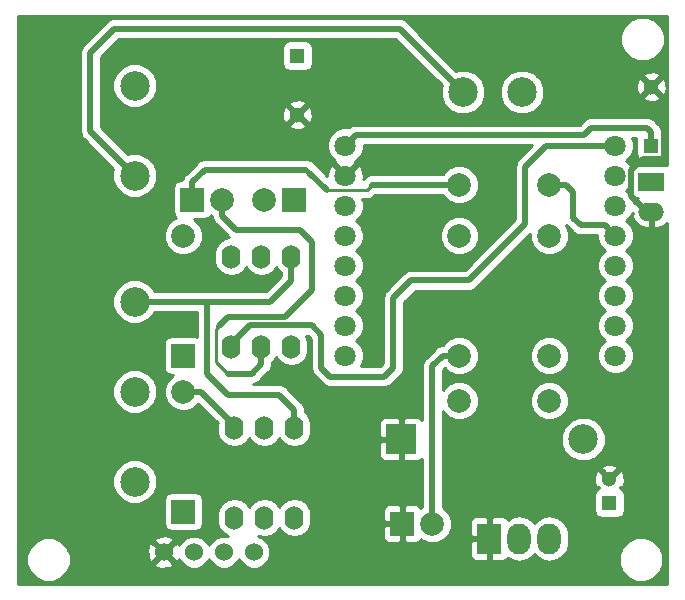
<source format=gbr>
G04 #@! TF.GenerationSoftware,KiCad,Pcbnew,5.0.2-bee76a0~70~ubuntu18.04.1*
G04 #@! TF.CreationDate,2019-09-27T11:54:24+02:00*
G04 #@! TF.ProjectId,Radiateur wemos,52616469-6174-4657-9572-2077656d6f73,rev?*
G04 #@! TF.SameCoordinates,Original*
G04 #@! TF.FileFunction,Copper,L2,Bot*
G04 #@! TF.FilePolarity,Positive*
%FSLAX46Y46*%
G04 Gerber Fmt 4.6, Leading zero omitted, Abs format (unit mm)*
G04 Created by KiCad (PCBNEW 5.0.2-bee76a0~70~ubuntu18.04.1) date ven. 27 sept. 2019 11:54:25 CEST*
%MOMM*%
%LPD*%
G01*
G04 APERTURE LIST*
G04 #@! TA.AperFunction,ComponentPad*
%ADD10C,2.000000*%
G04 #@! TD*
G04 #@! TA.AperFunction,ComponentPad*
%ADD11R,2.000000X2.000000*%
G04 #@! TD*
G04 #@! TA.AperFunction,ComponentPad*
%ADD12C,1.800000*%
G04 #@! TD*
G04 #@! TA.AperFunction,ComponentPad*
%ADD13C,2.500000*%
G04 #@! TD*
G04 #@! TA.AperFunction,ComponentPad*
%ADD14R,2.500000X2.500000*%
G04 #@! TD*
G04 #@! TA.AperFunction,ComponentPad*
%ADD15R,2.000000X2.600000*%
G04 #@! TD*
G04 #@! TA.AperFunction,ComponentPad*
%ADD16O,2.000000X2.600000*%
G04 #@! TD*
G04 #@! TA.AperFunction,ComponentPad*
%ADD17O,1.600000X2.000000*%
G04 #@! TD*
G04 #@! TA.AperFunction,ComponentPad*
%ADD18C,1.524000*%
G04 #@! TD*
G04 #@! TA.AperFunction,ComponentPad*
%ADD19R,1.300000X1.300000*%
G04 #@! TD*
G04 #@! TA.AperFunction,ComponentPad*
%ADD20C,1.300000*%
G04 #@! TD*
G04 #@! TA.AperFunction,ComponentPad*
%ADD21R,1.998980X1.998980*%
G04 #@! TD*
G04 #@! TA.AperFunction,ComponentPad*
%ADD22C,1.998980*%
G04 #@! TD*
G04 #@! TA.AperFunction,ComponentPad*
%ADD23R,2.199640X1.524000*%
G04 #@! TD*
G04 #@! TA.AperFunction,ComponentPad*
%ADD24O,2.199640X1.524000*%
G04 #@! TD*
G04 #@! TA.AperFunction,Conductor*
%ADD25C,0.500000*%
G04 #@! TD*
G04 #@! TA.AperFunction,Conductor*
%ADD26C,0.250000*%
G04 #@! TD*
G04 #@! TA.AperFunction,Conductor*
%ADD27C,0.254000*%
G04 #@! TD*
G04 APERTURE END LIST*
D10*
G04 #@! TO.P,D2,2*
G04 #@! TO.N,Net-(D2-Pad2)*
X101600000Y-80010000D03*
D11*
G04 #@! TO.P,D2,1*
G04 #@! TO.N,Net-(D2-Pad1)*
X104140000Y-80010000D03*
G04 #@! TD*
D12*
G04 #@! TO.P,U2,16*
G04 #@! TO.N,+3V3*
X131318000Y-75438000D03*
G04 #@! TO.P,U2,1*
G04 #@! TO.N,+5V*
X108458000Y-75438000D03*
G04 #@! TO.P,U2,15*
G04 #@! TO.N,Net-(SW1-Pad1)*
X131318000Y-77978000D03*
G04 #@! TO.P,U2,2*
G04 #@! TO.N,GND*
X108458000Y-77978000D03*
G04 #@! TO.P,U2,14*
G04 #@! TO.N,/Temp*
X131318000Y-80518000D03*
G04 #@! TO.P,U2,3*
G04 #@! TO.N,Net-(U2-Pad3)*
X108458000Y-80518000D03*
G04 #@! TO.P,U2,13*
G04 #@! TO.N,Net-(R2-Pad2)*
X131318000Y-83058000D03*
G04 #@! TO.P,U2,4*
G04 #@! TO.N,Net-(U2-Pad4)*
X108458000Y-83058000D03*
G04 #@! TO.P,U2,12*
G04 #@! TO.N,Net-(R3-Pad2)*
X131318000Y-85598000D03*
G04 #@! TO.P,U2,5*
G04 #@! TO.N,Net-(Dis1-Pad4)*
X108458000Y-85598000D03*
G04 #@! TO.P,U2,11*
G04 #@! TO.N,Net-(U2-Pad11)*
X131318000Y-88138000D03*
G04 #@! TO.P,U2,6*
G04 #@! TO.N,Net-(Dis1-Pad3)*
X108458000Y-88138000D03*
G04 #@! TO.P,U2,10*
G04 #@! TO.N,/Probe*
X131318000Y-90678000D03*
G04 #@! TO.P,U2,7*
G04 #@! TO.N,Net-(U2-Pad7)*
X108458000Y-90678000D03*
G04 #@! TO.P,U2,9*
G04 #@! TO.N,Net-(U2-Pad9)*
X131318000Y-93218000D03*
G04 #@! TO.P,U2,8*
G04 #@! TO.N,Net-(U2-Pad8)*
X108458000Y-93218000D03*
G04 #@! TD*
D13*
G04 #@! TO.P,U1,1*
G04 #@! TO.N,/neutre*
X118404000Y-70898000D03*
G04 #@! TO.P,U1,2*
G04 #@! TO.N,/phase*
X123404000Y-70898000D03*
D14*
G04 #@! TO.P,U1,3*
G04 #@! TO.N,GND*
X113204000Y-100298000D03*
D13*
G04 #@! TO.P,U1,4*
G04 #@! TO.N,+5V*
X128604000Y-100298000D03*
G04 #@! TD*
D15*
G04 #@! TO.P,P1,1*
G04 #@! TO.N,GND*
X120650000Y-108712000D03*
D16*
G04 #@! TO.P,P1,2*
G04 #@! TO.N,/Temp*
X123190000Y-108712000D03*
G04 #@! TO.P,P1,3*
G04 #@! TO.N,+5V*
X125730000Y-108712000D03*
G04 #@! TD*
D13*
G04 #@! TO.P,P2,1*
G04 #@! TO.N,/neutre*
X90614000Y-77978000D03*
G04 #@! TO.P,P2,2*
G04 #@! TO.N,/phase*
X90614000Y-70358000D03*
G04 #@! TD*
G04 #@! TO.P,P3,1*
G04 #@! TO.N,Net-(D4-Pad2)*
X90614000Y-103886000D03*
G04 #@! TO.P,P3,2*
G04 #@! TO.N,/neutre*
X90614000Y-96266000D03*
G04 #@! TO.P,P3,3*
G04 #@! TO.N,/phaseout*
X90614000Y-88646000D03*
G04 #@! TD*
D17*
G04 #@! TO.P,U5,6*
G04 #@! TO.N,Net-(D4-Pad1)*
X98806000Y-84836000D03*
G04 #@! TO.P,U5,5*
G04 #@! TO.N,N/C*
X101346000Y-84836000D03*
G04 #@! TO.P,U5,4*
G04 #@! TO.N,/phaseout*
X103886000Y-84836000D03*
G04 #@! TO.P,U5,3*
G04 #@! TO.N,N/C*
X103886000Y-92456000D03*
G04 #@! TO.P,U5,2*
G04 #@! TO.N,Net-(D1-Pad2)*
X101346000Y-92456000D03*
G04 #@! TO.P,U5,1*
G04 #@! TO.N,+3V3*
X98806000Y-92456000D03*
G04 #@! TD*
G04 #@! TO.P,U6,1*
G04 #@! TO.N,+3V3*
X99060000Y-106934000D03*
G04 #@! TO.P,U6,2*
G04 #@! TO.N,Net-(D2-Pad2)*
X101600000Y-106934000D03*
G04 #@! TO.P,U6,3*
G04 #@! TO.N,N/C*
X104140000Y-106934000D03*
G04 #@! TO.P,U6,4*
G04 #@! TO.N,/phaseout*
X104140000Y-99314000D03*
G04 #@! TO.P,U6,5*
G04 #@! TO.N,N/C*
X101600000Y-99314000D03*
G04 #@! TO.P,U6,6*
G04 #@! TO.N,Net-(D5-Pad2)*
X99060000Y-99314000D03*
G04 #@! TD*
D18*
G04 #@! TO.P,Dis1,1*
G04 #@! TO.N,GND*
X93091000Y-109855000D03*
G04 #@! TO.P,Dis1,2*
G04 #@! TO.N,+3V3*
X95631000Y-109855000D03*
G04 #@! TO.P,Dis1,3*
G04 #@! TO.N,Net-(Dis1-Pad3)*
X98171000Y-109855000D03*
G04 #@! TO.P,Dis1,4*
G04 #@! TO.N,Net-(Dis1-Pad4)*
X100711000Y-109855000D03*
G04 #@! TD*
D19*
G04 #@! TO.P,C1,1*
G04 #@! TO.N,+5V*
X130810000Y-105664000D03*
D20*
G04 #@! TO.P,C1,2*
G04 #@! TO.N,GND*
X130810000Y-103664000D03*
G04 #@! TD*
D19*
G04 #@! TO.P,C2,1*
G04 #@! TO.N,Net-(C2-Pad1)*
X104394000Y-67818000D03*
D20*
G04 #@! TO.P,C2,2*
G04 #@! TO.N,GND*
X104394000Y-72818000D03*
G04 #@! TD*
G04 #@! TO.P,C3,2*
G04 #@! TO.N,GND*
X134366000Y-70438000D03*
D19*
G04 #@! TO.P,C3,1*
G04 #@! TO.N,+5V*
X134366000Y-75438000D03*
G04 #@! TD*
D11*
G04 #@! TO.P,D1,1*
G04 #@! TO.N,Net-(D1-Pad1)*
X95504000Y-80010000D03*
D10*
G04 #@! TO.P,D1,2*
G04 #@! TO.N,Net-(D1-Pad2)*
X98044000Y-80010000D03*
G04 #@! TD*
D11*
G04 #@! TO.P,D3,1*
G04 #@! TO.N,GND*
X113284000Y-107442000D03*
D10*
G04 #@! TO.P,D3,2*
G04 #@! TO.N,Net-(D3-Pad2)*
X115824000Y-107442000D03*
G04 #@! TD*
D21*
G04 #@! TO.P,D4,1*
G04 #@! TO.N,Net-(D4-Pad1)*
X94734380Y-93218000D03*
D22*
G04 #@! TO.P,D4,2*
G04 #@! TO.N,Net-(D4-Pad2)*
X94734380Y-83058000D03*
G04 #@! TD*
G04 #@! TO.P,D5,2*
G04 #@! TO.N,Net-(D5-Pad2)*
X94747080Y-96266000D03*
D21*
G04 #@! TO.P,D5,1*
G04 #@! TO.N,Net-(D4-Pad2)*
X94747080Y-106426000D03*
G04 #@! TD*
D22*
G04 #@! TO.P,R1,2*
G04 #@! TO.N,/Temp*
X118110000Y-97028000D03*
G04 #@! TO.P,R1,1*
G04 #@! TO.N,+5V*
X125730000Y-97028000D03*
G04 #@! TD*
G04 #@! TO.P,R2,1*
G04 #@! TO.N,Net-(D1-Pad1)*
X118110000Y-78740000D03*
G04 #@! TO.P,R2,2*
G04 #@! TO.N,Net-(R2-Pad2)*
X125730000Y-78740000D03*
G04 #@! TD*
G04 #@! TO.P,R3,2*
G04 #@! TO.N,Net-(R3-Pad2)*
X125730000Y-83058000D03*
G04 #@! TO.P,R3,1*
G04 #@! TO.N,Net-(D2-Pad1)*
X118110000Y-83058000D03*
G04 #@! TD*
G04 #@! TO.P,R4,1*
G04 #@! TO.N,+5V*
X125730000Y-93218000D03*
G04 #@! TO.P,R4,2*
G04 #@! TO.N,Net-(D3-Pad2)*
X118110000Y-93218000D03*
G04 #@! TD*
D23*
G04 #@! TO.P,SW1,1*
G04 #@! TO.N,Net-(SW1-Pad1)*
X134366000Y-78486000D03*
D24*
G04 #@! TO.P,SW1,2*
G04 #@! TO.N,GND*
X134366000Y-81026000D03*
G04 #@! TD*
D25*
G04 #@! TO.N,+5V*
X134366000Y-74288000D02*
X133992000Y-73914000D01*
X134366000Y-75438000D02*
X134366000Y-74288000D01*
X128661999Y-74538001D02*
X129286000Y-73914000D01*
X109357999Y-74538001D02*
X128661999Y-74538001D01*
X108458000Y-75438000D02*
X109357999Y-74538001D01*
X133992000Y-73914000D02*
X129286000Y-73914000D01*
G04 #@! TO.N,GND*
X113204000Y-107362000D02*
X113284000Y-107442000D01*
X130810000Y-103664000D02*
X130160001Y-103014001D01*
X135015999Y-71087999D02*
X134366000Y-70438000D01*
X135466001Y-76448001D02*
X135466001Y-71538001D01*
X135466001Y-71538001D02*
X135015999Y-71087999D01*
X135376001Y-76538001D02*
X135466001Y-76448001D01*
X133642177Y-76538001D02*
X135376001Y-76538001D01*
X132668001Y-77512177D02*
X133642177Y-76538001D01*
X132668001Y-79665821D02*
X132668001Y-77512177D01*
X134028180Y-81026000D02*
X132668001Y-79665821D01*
X134366000Y-81026000D02*
X134028180Y-81026000D01*
G04 #@! TO.N,+3V3*
X100419002Y-90642998D02*
X104140000Y-90642998D01*
X98806000Y-92256000D02*
X100419002Y-90642998D01*
X98806000Y-92456000D02*
X98806000Y-92256000D01*
X118916999Y-86823001D02*
X123698000Y-82042000D01*
X123698000Y-82042000D02*
X123698000Y-77216000D01*
X125476000Y-75438000D02*
X123698000Y-77216000D01*
X131318000Y-75438000D02*
X125476000Y-75438000D01*
X104140000Y-90642998D02*
X105628998Y-90642998D01*
X105628998Y-90642998D02*
X106426000Y-91440000D01*
X106426000Y-91440000D02*
X106426000Y-94234000D01*
X106426000Y-94234000D02*
X107188000Y-94996000D01*
X107188000Y-94996000D02*
X111760000Y-94996000D01*
X111760000Y-94996000D02*
X112522000Y-94234000D01*
X112522000Y-88347001D02*
X114046000Y-86823001D01*
X112522000Y-94234000D02*
X112522000Y-88347001D01*
X114046000Y-86823001D02*
X118916999Y-86823001D01*
G04 #@! TO.N,Net-(D1-Pad1)*
X96544000Y-77470000D02*
X105156000Y-77470000D01*
X95504000Y-78510000D02*
X96544000Y-77470000D01*
X95504000Y-80010000D02*
X95504000Y-78510000D01*
X106889001Y-79203001D02*
X105410000Y-77724000D01*
D26*
X105410000Y-77724000D02*
X105156000Y-77470000D01*
X110280999Y-79203001D02*
X110744000Y-78740000D01*
X106889001Y-79203001D02*
X110280999Y-79203001D01*
D25*
X118110000Y-78740000D02*
X116332000Y-78740000D01*
X116332000Y-78740000D02*
X110744000Y-78740000D01*
D26*
G04 #@! TO.N,Net-(D1-Pad2)*
X98552000Y-94742000D02*
X97536000Y-93726000D01*
X97536000Y-93726000D02*
X97536000Y-90932000D01*
D25*
X105664000Y-83566000D02*
X105664000Y-87630000D01*
X99169787Y-82550000D02*
X104648000Y-82550000D01*
X104648000Y-82550000D02*
X105664000Y-83566000D01*
X98044000Y-81424213D02*
X99169787Y-82550000D01*
X105664000Y-87630000D02*
X103378000Y-89916000D01*
X103378000Y-89916000D02*
X98552000Y-89916000D01*
X98552000Y-89916000D02*
X97790000Y-90678000D01*
D26*
X97536000Y-90932000D02*
X97790000Y-90678000D01*
D25*
X101346000Y-93956000D02*
X100560000Y-94742000D01*
X100560000Y-94742000D02*
X98552000Y-94742000D01*
X101346000Y-92456000D02*
X101346000Y-93956000D01*
X98044000Y-81424213D02*
X98044000Y-80010000D01*
G04 #@! TO.N,/neutre*
X86868000Y-74232000D02*
X90614000Y-77978000D01*
X86868000Y-67564000D02*
X86868000Y-74232000D01*
X88900000Y-65532000D02*
X86868000Y-67564000D01*
X118404000Y-70898000D02*
X113038000Y-65532000D01*
X113038000Y-65532000D02*
X88900000Y-65532000D01*
G04 #@! TO.N,/phaseout*
X103886000Y-86868000D02*
X103886000Y-84836000D01*
X102108000Y-88646000D02*
X103886000Y-86868000D01*
X96774000Y-88646000D02*
X102108000Y-88646000D01*
X90614000Y-88646000D02*
X96774000Y-88646000D01*
X104140000Y-97814000D02*
X104140000Y-99314000D01*
X102846000Y-96520000D02*
X104140000Y-97814000D01*
X98552000Y-96520000D02*
X102846000Y-96520000D01*
X96774000Y-94742000D02*
X98552000Y-96520000D01*
X96774000Y-88646000D02*
X96774000Y-94742000D01*
D26*
G04 #@! TO.N,Net-(R3-Pad2)*
X131318000Y-86106000D02*
X131318000Y-85598000D01*
D25*
G04 #@! TO.N,Net-(D3-Pad2)*
X115824000Y-95758000D02*
X115824000Y-96266000D01*
X115824000Y-107442000D02*
X115824000Y-96266000D01*
X115824000Y-94090508D02*
X115824000Y-96266000D01*
X116696508Y-93218000D02*
X115824000Y-94090508D01*
X118110000Y-93218000D02*
X116696508Y-93218000D01*
G04 #@! TO.N,Net-(D5-Pad2)*
X96160572Y-96266000D02*
X94747080Y-96266000D01*
X96212000Y-96266000D02*
X96160572Y-96266000D01*
X99060000Y-99114000D02*
X96212000Y-96266000D01*
X99060000Y-99314000D02*
X99060000Y-99114000D01*
D26*
G04 #@! TO.N,Net-(R2-Pad2)*
X127254000Y-78994000D02*
X127000000Y-78740000D01*
D25*
X125730000Y-78740000D02*
X127000000Y-78740000D01*
X130418001Y-82158001D02*
X131318000Y-83058000D01*
X127762000Y-81534000D02*
X128386001Y-82158001D01*
X128386001Y-82158001D02*
X130418001Y-82158001D01*
X127762000Y-79358508D02*
X127762000Y-81534000D01*
X125730000Y-78740000D02*
X127143492Y-78740000D01*
X127143492Y-78740000D02*
X127762000Y-79358508D01*
G04 #@! TD*
D27*
G04 #@! TO.N,GND*
G36*
X135688000Y-77120754D02*
X135465820Y-77076560D01*
X133266180Y-77076560D01*
X133018415Y-77125843D01*
X132808371Y-77266191D01*
X132731984Y-77380512D01*
X132619310Y-77108493D01*
X132218817Y-76708000D01*
X132619310Y-76307507D01*
X132853000Y-75743330D01*
X132853000Y-75132670D01*
X132714789Y-74799000D01*
X133068560Y-74799000D01*
X133068560Y-76088000D01*
X133117843Y-76335765D01*
X133258191Y-76545809D01*
X133468235Y-76686157D01*
X133716000Y-76735440D01*
X135016000Y-76735440D01*
X135263765Y-76686157D01*
X135473809Y-76545809D01*
X135614157Y-76335765D01*
X135663440Y-76088000D01*
X135663440Y-74788000D01*
X135614157Y-74540235D01*
X135473809Y-74330191D01*
X135263765Y-74189843D01*
X135248198Y-74186746D01*
X135199652Y-73942690D01*
X135004049Y-73649951D01*
X134930153Y-73600575D01*
X134679425Y-73349847D01*
X134630049Y-73275951D01*
X134337310Y-73080348D01*
X134079165Y-73029000D01*
X134079161Y-73029000D01*
X133992000Y-73011663D01*
X133904839Y-73029000D01*
X129373161Y-73029000D01*
X129286000Y-73011663D01*
X129198839Y-73029000D01*
X129198835Y-73029000D01*
X128940690Y-73080348D01*
X128721845Y-73226576D01*
X128721844Y-73226577D01*
X128647951Y-73275951D01*
X128598577Y-73349844D01*
X128295421Y-73653001D01*
X109445160Y-73653001D01*
X109357999Y-73635664D01*
X109270838Y-73653001D01*
X109270834Y-73653001D01*
X109012689Y-73704349D01*
X108793844Y-73850577D01*
X108793843Y-73850578D01*
X108719950Y-73899952D01*
X108717913Y-73903000D01*
X108152670Y-73903000D01*
X107588493Y-74136690D01*
X107156690Y-74568493D01*
X106923000Y-75132670D01*
X106923000Y-75743330D01*
X107156690Y-76307507D01*
X107588493Y-76739310D01*
X107608115Y-76747438D01*
X107557446Y-76897841D01*
X108458000Y-77798395D01*
X109358554Y-76897841D01*
X109307885Y-76747438D01*
X109327507Y-76739310D01*
X109759310Y-76307507D01*
X109993000Y-75743330D01*
X109993000Y-75423001D01*
X124239420Y-75423001D01*
X123133845Y-76528577D01*
X123059952Y-76577951D01*
X123010578Y-76651844D01*
X123010576Y-76651846D01*
X122864348Y-76870691D01*
X122795663Y-77216000D01*
X122813001Y-77303165D01*
X122813000Y-81675421D01*
X118550421Y-85938001D01*
X114133159Y-85938001D01*
X114045999Y-85920664D01*
X113958839Y-85938001D01*
X113958835Y-85938001D01*
X113700690Y-85989349D01*
X113700688Y-85989350D01*
X113700689Y-85989350D01*
X113481845Y-86135577D01*
X113481844Y-86135578D01*
X113407951Y-86184952D01*
X113358577Y-86258845D01*
X111957845Y-87659578D01*
X111883952Y-87708952D01*
X111834578Y-87782845D01*
X111834576Y-87782847D01*
X111688348Y-88001692D01*
X111619663Y-88347001D01*
X111637001Y-88434166D01*
X111637000Y-93867421D01*
X111393422Y-94111000D01*
X109735817Y-94111000D01*
X109759310Y-94087507D01*
X109993000Y-93523330D01*
X109993000Y-92912670D01*
X109759310Y-92348493D01*
X109358817Y-91948000D01*
X109759310Y-91547507D01*
X109993000Y-90983330D01*
X109993000Y-90372670D01*
X109759310Y-89808493D01*
X109358817Y-89408000D01*
X109759310Y-89007507D01*
X109993000Y-88443330D01*
X109993000Y-87832670D01*
X109759310Y-87268493D01*
X109358817Y-86868000D01*
X109759310Y-86467507D01*
X109993000Y-85903330D01*
X109993000Y-85292670D01*
X109759310Y-84728493D01*
X109358817Y-84328000D01*
X109759310Y-83927507D01*
X109993000Y-83363330D01*
X109993000Y-82752670D01*
X109984803Y-82732880D01*
X116475510Y-82732880D01*
X116475510Y-83383120D01*
X116724346Y-83983864D01*
X117184136Y-84443654D01*
X117784880Y-84692490D01*
X118435120Y-84692490D01*
X119035864Y-84443654D01*
X119495654Y-83983864D01*
X119744490Y-83383120D01*
X119744490Y-82732880D01*
X119495654Y-82132136D01*
X119035864Y-81672346D01*
X118435120Y-81423510D01*
X117784880Y-81423510D01*
X117184136Y-81672346D01*
X116724346Y-82132136D01*
X116475510Y-82732880D01*
X109984803Y-82732880D01*
X109759310Y-82188493D01*
X109358817Y-81788000D01*
X109759310Y-81387507D01*
X109993000Y-80823330D01*
X109993000Y-80212670D01*
X109889584Y-79963001D01*
X110206152Y-79963001D01*
X110280999Y-79977889D01*
X110355846Y-79963001D01*
X110355851Y-79963001D01*
X110577536Y-79918905D01*
X110828928Y-79750930D01*
X110871330Y-79687472D01*
X110933801Y-79625000D01*
X116707420Y-79625000D01*
X116724346Y-79665864D01*
X117184136Y-80125654D01*
X117784880Y-80374490D01*
X118435120Y-80374490D01*
X119035864Y-80125654D01*
X119495654Y-79665864D01*
X119744490Y-79065120D01*
X119744490Y-78414880D01*
X119495654Y-77814136D01*
X119035864Y-77354346D01*
X118435120Y-77105510D01*
X117784880Y-77105510D01*
X117184136Y-77354346D01*
X116724346Y-77814136D01*
X116707420Y-77855000D01*
X110656835Y-77855000D01*
X110398690Y-77906348D01*
X110105951Y-78101951D01*
X109976010Y-78296420D01*
X110004458Y-78218664D01*
X109978839Y-77608540D01*
X109794643Y-77163852D01*
X109538159Y-77077446D01*
X108637605Y-77978000D01*
X108651748Y-77992143D01*
X108472143Y-78171748D01*
X108458000Y-78157605D01*
X108443858Y-78171748D01*
X108264253Y-77992143D01*
X108278395Y-77978000D01*
X107377841Y-77077446D01*
X107121357Y-77163852D01*
X106911542Y-77737336D01*
X106921913Y-77984335D01*
X105974154Y-77036576D01*
X105895788Y-76984213D01*
X105794049Y-76831951D01*
X105501310Y-76636348D01*
X105243165Y-76585000D01*
X96631159Y-76585000D01*
X96543999Y-76567663D01*
X96456839Y-76585000D01*
X96456835Y-76585000D01*
X96198690Y-76636348D01*
X96198688Y-76636349D01*
X96198689Y-76636349D01*
X95979845Y-76782576D01*
X95979844Y-76782577D01*
X95905951Y-76831951D01*
X95856577Y-76905844D01*
X94939845Y-77822577D01*
X94865952Y-77871951D01*
X94816578Y-77945844D01*
X94816576Y-77945846D01*
X94670348Y-78164691D01*
X94630990Y-78362560D01*
X94504000Y-78362560D01*
X94256235Y-78411843D01*
X94046191Y-78552191D01*
X93905843Y-78762235D01*
X93856560Y-79010000D01*
X93856560Y-81010000D01*
X93905843Y-81257765D01*
X94046191Y-81467809D01*
X94144204Y-81533300D01*
X93808516Y-81672346D01*
X93348726Y-82132136D01*
X93099890Y-82732880D01*
X93099890Y-83383120D01*
X93348726Y-83983864D01*
X93808516Y-84443654D01*
X94409260Y-84692490D01*
X95059500Y-84692490D01*
X95660244Y-84443654D01*
X96120034Y-83983864D01*
X96368870Y-83383120D01*
X96368870Y-82732880D01*
X96120034Y-82132136D01*
X95660244Y-81672346D01*
X95624258Y-81657440D01*
X96504000Y-81657440D01*
X96751765Y-81608157D01*
X96961809Y-81467809D01*
X97053038Y-81331277D01*
X97117847Y-81396086D01*
X97145019Y-81407341D01*
X97141663Y-81424213D01*
X97159000Y-81511374D01*
X97159000Y-81511377D01*
X97210348Y-81769522D01*
X97405951Y-82062262D01*
X97479847Y-82111638D01*
X98482364Y-83114156D01*
X98531738Y-83188049D01*
X98577168Y-83218405D01*
X98246091Y-83284260D01*
X97771423Y-83601424D01*
X97454260Y-84076092D01*
X97371000Y-84494668D01*
X97371000Y-85177333D01*
X97454260Y-85595909D01*
X97771424Y-86070577D01*
X98246092Y-86387740D01*
X98806000Y-86499113D01*
X99365909Y-86387740D01*
X99840577Y-86070577D01*
X100076000Y-85718241D01*
X100311424Y-86070577D01*
X100786092Y-86387740D01*
X101346000Y-86499113D01*
X101905909Y-86387740D01*
X102380577Y-86070577D01*
X102616000Y-85718241D01*
X102851424Y-86070577D01*
X103001000Y-86170521D01*
X103001000Y-86501421D01*
X101741422Y-87761000D01*
X96861164Y-87761000D01*
X96774000Y-87743662D01*
X96686835Y-87761000D01*
X92287731Y-87761000D01*
X92212026Y-87578233D01*
X91681767Y-87047974D01*
X90988950Y-86761000D01*
X90239050Y-86761000D01*
X89546233Y-87047974D01*
X89015974Y-87578233D01*
X88729000Y-88271050D01*
X88729000Y-89020950D01*
X89015974Y-89713767D01*
X89546233Y-90244026D01*
X90239050Y-90531000D01*
X90988950Y-90531000D01*
X91681767Y-90244026D01*
X92212026Y-89713767D01*
X92287731Y-89531000D01*
X95889000Y-89531000D01*
X95889000Y-91601927D01*
X95733870Y-91571070D01*
X93734890Y-91571070D01*
X93487125Y-91620353D01*
X93277081Y-91760701D01*
X93136733Y-91970745D01*
X93087450Y-92218510D01*
X93087450Y-94217490D01*
X93136733Y-94465255D01*
X93277081Y-94675299D01*
X93487125Y-94815647D01*
X93734890Y-94864930D01*
X93858434Y-94864930D01*
X93821216Y-94880346D01*
X93361426Y-95340136D01*
X93112590Y-95940880D01*
X93112590Y-96591120D01*
X93361426Y-97191864D01*
X93821216Y-97651654D01*
X94421960Y-97900490D01*
X95072200Y-97900490D01*
X95672944Y-97651654D01*
X96009510Y-97315088D01*
X97631983Y-98937562D01*
X97625000Y-98972668D01*
X97625000Y-99655333D01*
X97708260Y-100073909D01*
X98025424Y-100548577D01*
X98500092Y-100865740D01*
X99060000Y-100977113D01*
X99619909Y-100865740D01*
X100094577Y-100548577D01*
X100330000Y-100196241D01*
X100565424Y-100548577D01*
X101040092Y-100865740D01*
X101600000Y-100977113D01*
X102159909Y-100865740D01*
X102634577Y-100548577D01*
X102870000Y-100196241D01*
X103105424Y-100548577D01*
X103580092Y-100865740D01*
X104140000Y-100977113D01*
X104699909Y-100865740D01*
X105121936Y-100583750D01*
X111319000Y-100583750D01*
X111319000Y-101674309D01*
X111415673Y-101907698D01*
X111594301Y-102086327D01*
X111827690Y-102183000D01*
X112918250Y-102183000D01*
X113077000Y-102024250D01*
X113077000Y-100425000D01*
X111477750Y-100425000D01*
X111319000Y-100583750D01*
X105121936Y-100583750D01*
X105174577Y-100548577D01*
X105491740Y-100073908D01*
X105575000Y-99655332D01*
X105575000Y-98972667D01*
X105564861Y-98921691D01*
X111319000Y-98921691D01*
X111319000Y-100012250D01*
X111477750Y-100171000D01*
X113077000Y-100171000D01*
X113077000Y-98571750D01*
X113331000Y-98571750D01*
X113331000Y-100171000D01*
X113351000Y-100171000D01*
X113351000Y-100425000D01*
X113331000Y-100425000D01*
X113331000Y-102024250D01*
X113489750Y-102183000D01*
X114580310Y-102183000D01*
X114813699Y-102086327D01*
X114939000Y-101961025D01*
X114939000Y-106038868D01*
X114897847Y-106055914D01*
X114836717Y-106117044D01*
X114822327Y-106082302D01*
X114643699Y-105903673D01*
X114410310Y-105807000D01*
X113569750Y-105807000D01*
X113411000Y-105965750D01*
X113411000Y-107315000D01*
X113431000Y-107315000D01*
X113431000Y-107569000D01*
X113411000Y-107569000D01*
X113411000Y-108918250D01*
X113569750Y-109077000D01*
X114410310Y-109077000D01*
X114643699Y-108980327D01*
X114822327Y-108801698D01*
X114836717Y-108766956D01*
X114897847Y-108828086D01*
X115498778Y-109077000D01*
X116149222Y-109077000D01*
X116340548Y-108997750D01*
X119015000Y-108997750D01*
X119015000Y-110138310D01*
X119111673Y-110371699D01*
X119290302Y-110550327D01*
X119523691Y-110647000D01*
X120364250Y-110647000D01*
X120523000Y-110488250D01*
X120523000Y-108839000D01*
X119173750Y-108839000D01*
X119015000Y-108997750D01*
X116340548Y-108997750D01*
X116750153Y-108828086D01*
X117210086Y-108368153D01*
X117459000Y-107767222D01*
X117459000Y-107285690D01*
X119015000Y-107285690D01*
X119015000Y-108426250D01*
X119173750Y-108585000D01*
X120523000Y-108585000D01*
X120523000Y-106935750D01*
X120777000Y-106935750D01*
X120777000Y-108585000D01*
X120797000Y-108585000D01*
X120797000Y-108839000D01*
X120777000Y-108839000D01*
X120777000Y-110488250D01*
X120935750Y-110647000D01*
X121776309Y-110647000D01*
X122009698Y-110550327D01*
X122188327Y-110371699D01*
X122208635Y-110322670D01*
X122552056Y-110552136D01*
X123190000Y-110679031D01*
X123827945Y-110552136D01*
X124368769Y-110190769D01*
X124460000Y-110054232D01*
X124551231Y-110190769D01*
X125092056Y-110552136D01*
X125730000Y-110679031D01*
X126367945Y-110552136D01*
X126908769Y-110190769D01*
X126959362Y-110115050D01*
X131592000Y-110115050D01*
X131592000Y-110864950D01*
X131878974Y-111557767D01*
X132409233Y-112088026D01*
X133102050Y-112375000D01*
X133851950Y-112375000D01*
X134544767Y-112088026D01*
X135075026Y-111557767D01*
X135362000Y-110864950D01*
X135362000Y-110115050D01*
X135075026Y-109422233D01*
X134544767Y-108891974D01*
X133851950Y-108605000D01*
X133102050Y-108605000D01*
X132409233Y-108891974D01*
X131878974Y-109422233D01*
X131592000Y-110115050D01*
X126959362Y-110115050D01*
X127270136Y-109649945D01*
X127365000Y-109173030D01*
X127365000Y-108250969D01*
X127270136Y-107774055D01*
X126908769Y-107233231D01*
X126367944Y-106871864D01*
X125730000Y-106744969D01*
X125092055Y-106871864D01*
X124551231Y-107233231D01*
X124460000Y-107369768D01*
X124368769Y-107233231D01*
X123827944Y-106871864D01*
X123190000Y-106744969D01*
X122552055Y-106871864D01*
X122208635Y-107101330D01*
X122188327Y-107052301D01*
X122009698Y-106873673D01*
X121776309Y-106777000D01*
X120935750Y-106777000D01*
X120777000Y-106935750D01*
X120523000Y-106935750D01*
X120364250Y-106777000D01*
X119523691Y-106777000D01*
X119290302Y-106873673D01*
X119111673Y-107052301D01*
X119015000Y-107285690D01*
X117459000Y-107285690D01*
X117459000Y-107116778D01*
X117210086Y-106515847D01*
X116750153Y-106055914D01*
X116709000Y-106038868D01*
X116709000Y-103483078D01*
X129512378Y-103483078D01*
X129541917Y-103993428D01*
X129680389Y-104327729D01*
X129910982Y-104383410D01*
X129810715Y-104483677D01*
X129702191Y-104556191D01*
X129561843Y-104766235D01*
X129512560Y-105014000D01*
X129512560Y-106314000D01*
X129561843Y-106561765D01*
X129702191Y-106771809D01*
X129912235Y-106912157D01*
X130160000Y-106961440D01*
X131460000Y-106961440D01*
X131707765Y-106912157D01*
X131917809Y-106771809D01*
X132058157Y-106561765D01*
X132107440Y-106314000D01*
X132107440Y-105014000D01*
X132058157Y-104766235D01*
X131917809Y-104556191D01*
X131809285Y-104483677D01*
X131709018Y-104383410D01*
X131939611Y-104327729D01*
X132107622Y-103844922D01*
X132078083Y-103334572D01*
X131939611Y-103000271D01*
X131709016Y-102944590D01*
X130989605Y-103664000D01*
X131003748Y-103678142D01*
X130824142Y-103857748D01*
X130810000Y-103843605D01*
X130795858Y-103857748D01*
X130616252Y-103678142D01*
X130630395Y-103664000D01*
X129910984Y-102944590D01*
X129680389Y-103000271D01*
X129512378Y-103483078D01*
X116709000Y-103483078D01*
X116709000Y-102764984D01*
X130090590Y-102764984D01*
X130810000Y-103484395D01*
X131529410Y-102764984D01*
X131473729Y-102534389D01*
X130990922Y-102366378D01*
X130480572Y-102395917D01*
X130146271Y-102534389D01*
X130090590Y-102764984D01*
X116709000Y-102764984D01*
X116709000Y-99923050D01*
X126719000Y-99923050D01*
X126719000Y-100672950D01*
X127005974Y-101365767D01*
X127536233Y-101896026D01*
X128229050Y-102183000D01*
X128978950Y-102183000D01*
X129671767Y-101896026D01*
X130202026Y-101365767D01*
X130489000Y-100672950D01*
X130489000Y-99923050D01*
X130202026Y-99230233D01*
X129671767Y-98699974D01*
X128978950Y-98413000D01*
X128229050Y-98413000D01*
X127536233Y-98699974D01*
X127005974Y-99230233D01*
X126719000Y-99923050D01*
X116709000Y-99923050D01*
X116709000Y-97916815D01*
X116724346Y-97953864D01*
X117184136Y-98413654D01*
X117784880Y-98662490D01*
X118435120Y-98662490D01*
X119035864Y-98413654D01*
X119495654Y-97953864D01*
X119744490Y-97353120D01*
X119744490Y-96702880D01*
X124095510Y-96702880D01*
X124095510Y-97353120D01*
X124344346Y-97953864D01*
X124804136Y-98413654D01*
X125404880Y-98662490D01*
X126055120Y-98662490D01*
X126655864Y-98413654D01*
X127115654Y-97953864D01*
X127364490Y-97353120D01*
X127364490Y-96702880D01*
X127115654Y-96102136D01*
X126655864Y-95642346D01*
X126055120Y-95393510D01*
X125404880Y-95393510D01*
X124804136Y-95642346D01*
X124344346Y-96102136D01*
X124095510Y-96702880D01*
X119744490Y-96702880D01*
X119495654Y-96102136D01*
X119035864Y-95642346D01*
X118435120Y-95393510D01*
X117784880Y-95393510D01*
X117184136Y-95642346D01*
X116724346Y-96102136D01*
X116709000Y-96139185D01*
X116709000Y-94457086D01*
X116873284Y-94292802D01*
X117184136Y-94603654D01*
X117784880Y-94852490D01*
X118435120Y-94852490D01*
X119035864Y-94603654D01*
X119495654Y-94143864D01*
X119744490Y-93543120D01*
X119744490Y-92892880D01*
X124095510Y-92892880D01*
X124095510Y-93543120D01*
X124344346Y-94143864D01*
X124804136Y-94603654D01*
X125404880Y-94852490D01*
X126055120Y-94852490D01*
X126655864Y-94603654D01*
X127115654Y-94143864D01*
X127364490Y-93543120D01*
X127364490Y-92892880D01*
X127115654Y-92292136D01*
X126655864Y-91832346D01*
X126055120Y-91583510D01*
X125404880Y-91583510D01*
X124804136Y-91832346D01*
X124344346Y-92292136D01*
X124095510Y-92892880D01*
X119744490Y-92892880D01*
X119495654Y-92292136D01*
X119035864Y-91832346D01*
X118435120Y-91583510D01*
X117784880Y-91583510D01*
X117184136Y-91832346D01*
X116724346Y-92292136D01*
X116713224Y-92318988D01*
X116696508Y-92315663D01*
X116609347Y-92333000D01*
X116609343Y-92333000D01*
X116351198Y-92384348D01*
X116132353Y-92530576D01*
X116132352Y-92530577D01*
X116058459Y-92579951D01*
X116009085Y-92653844D01*
X115259847Y-93403083D01*
X115185951Y-93452459D01*
X114990348Y-93745199D01*
X114939000Y-94003344D01*
X114939000Y-94003347D01*
X114921663Y-94090508D01*
X114939000Y-94177669D01*
X114939001Y-95670832D01*
X114939000Y-95670836D01*
X114939000Y-96353165D01*
X114939001Y-96353170D01*
X114939001Y-98634975D01*
X114813699Y-98509673D01*
X114580310Y-98413000D01*
X113489750Y-98413000D01*
X113331000Y-98571750D01*
X113077000Y-98571750D01*
X112918250Y-98413000D01*
X111827690Y-98413000D01*
X111594301Y-98509673D01*
X111415673Y-98688302D01*
X111319000Y-98921691D01*
X105564861Y-98921691D01*
X105491740Y-98554091D01*
X105174576Y-98079423D01*
X105025000Y-97979480D01*
X105025000Y-97901159D01*
X105042337Y-97813999D01*
X105025000Y-97726839D01*
X105025000Y-97726835D01*
X104973652Y-97468690D01*
X104778049Y-97175951D01*
X104704156Y-97126577D01*
X103533425Y-95955847D01*
X103484049Y-95881951D01*
X103191310Y-95686348D01*
X102933165Y-95635000D01*
X102933161Y-95635000D01*
X102846000Y-95617663D01*
X102758839Y-95635000D01*
X100606941Y-95635000D01*
X100647161Y-95627000D01*
X100647165Y-95627000D01*
X100905310Y-95575652D01*
X101198049Y-95380049D01*
X101247425Y-95306153D01*
X101910156Y-94643423D01*
X101984049Y-94594049D01*
X102033989Y-94519310D01*
X102179652Y-94301310D01*
X102193041Y-94234000D01*
X102231000Y-94043165D01*
X102231000Y-94043161D01*
X102248337Y-93956000D01*
X102231000Y-93868839D01*
X102231000Y-93790521D01*
X102380577Y-93690577D01*
X102616000Y-93338241D01*
X102851424Y-93690577D01*
X103326092Y-94007740D01*
X103886000Y-94119113D01*
X104445909Y-94007740D01*
X104920577Y-93690577D01*
X105237740Y-93215908D01*
X105321000Y-92797332D01*
X105321000Y-92114667D01*
X105237740Y-91696091D01*
X105125424Y-91527998D01*
X105262420Y-91527998D01*
X105541000Y-91806579D01*
X105541001Y-94146835D01*
X105523663Y-94234000D01*
X105592348Y-94579309D01*
X105738576Y-94798154D01*
X105738577Y-94798155D01*
X105787952Y-94872049D01*
X105861845Y-94921423D01*
X106500577Y-95560156D01*
X106549951Y-95634049D01*
X106623844Y-95683423D01*
X106623845Y-95683424D01*
X106842690Y-95829652D01*
X107100835Y-95881000D01*
X107100839Y-95881000D01*
X107188000Y-95898337D01*
X107275161Y-95881000D01*
X111672839Y-95881000D01*
X111760000Y-95898337D01*
X111847161Y-95881000D01*
X111847165Y-95881000D01*
X112105310Y-95829652D01*
X112398049Y-95634049D01*
X112447425Y-95560153D01*
X113086156Y-94921423D01*
X113160049Y-94872049D01*
X113209425Y-94798154D01*
X113355652Y-94579310D01*
X113355652Y-94579309D01*
X113407000Y-94321165D01*
X113407000Y-94321161D01*
X113424337Y-94234000D01*
X113407000Y-94146839D01*
X113407000Y-88713579D01*
X114412579Y-87708001D01*
X118829838Y-87708001D01*
X118916999Y-87725338D01*
X119004160Y-87708001D01*
X119004164Y-87708001D01*
X119262309Y-87656653D01*
X119555048Y-87461050D01*
X119604424Y-87387154D01*
X124095510Y-82896069D01*
X124095510Y-83383120D01*
X124344346Y-83983864D01*
X124804136Y-84443654D01*
X125404880Y-84692490D01*
X126055120Y-84692490D01*
X126655864Y-84443654D01*
X127115654Y-83983864D01*
X127364490Y-83383120D01*
X127364490Y-82732880D01*
X127135338Y-82179657D01*
X127197844Y-82221423D01*
X127698578Y-82722157D01*
X127747952Y-82796050D01*
X127821845Y-82845424D01*
X127821846Y-82845425D01*
X127896504Y-82895310D01*
X128040691Y-82991653D01*
X128298836Y-83043001D01*
X128298840Y-83043001D01*
X128386001Y-83060338D01*
X128473162Y-83043001D01*
X129783000Y-83043001D01*
X129783000Y-83363330D01*
X130016690Y-83927507D01*
X130417183Y-84328000D01*
X130016690Y-84728493D01*
X129783000Y-85292670D01*
X129783000Y-85903330D01*
X130016690Y-86467507D01*
X130417183Y-86868000D01*
X130016690Y-87268493D01*
X129783000Y-87832670D01*
X129783000Y-88443330D01*
X130016690Y-89007507D01*
X130417183Y-89408000D01*
X130016690Y-89808493D01*
X129783000Y-90372670D01*
X129783000Y-90983330D01*
X130016690Y-91547507D01*
X130417183Y-91948000D01*
X130016690Y-92348493D01*
X129783000Y-92912670D01*
X129783000Y-93523330D01*
X130016690Y-94087507D01*
X130448493Y-94519310D01*
X131012670Y-94753000D01*
X131623330Y-94753000D01*
X132187507Y-94519310D01*
X132619310Y-94087507D01*
X132853000Y-93523330D01*
X132853000Y-92912670D01*
X132619310Y-92348493D01*
X132218817Y-91948000D01*
X132619310Y-91547507D01*
X132853000Y-90983330D01*
X132853000Y-90372670D01*
X132619310Y-89808493D01*
X132218817Y-89408000D01*
X132619310Y-89007507D01*
X132853000Y-88443330D01*
X132853000Y-87832670D01*
X132619310Y-87268493D01*
X132218817Y-86868000D01*
X132619310Y-86467507D01*
X132853000Y-85903330D01*
X132853000Y-85292670D01*
X132619310Y-84728493D01*
X132218817Y-84328000D01*
X132619310Y-83927507D01*
X132853000Y-83363330D01*
X132853000Y-82752670D01*
X132619310Y-82188493D01*
X132218817Y-81788000D01*
X132619310Y-81387507D01*
X132716445Y-81153002D01*
X132796459Y-81153002D01*
X132673960Y-81369070D01*
X132688920Y-81443277D01*
X132950550Y-81924026D01*
X133376239Y-82268059D01*
X133901180Y-82423000D01*
X134239000Y-82423000D01*
X134239000Y-81153000D01*
X134219000Y-81153000D01*
X134219000Y-80899000D01*
X134239000Y-80899000D01*
X134239000Y-80879000D01*
X134493000Y-80879000D01*
X134493000Y-80899000D01*
X134513000Y-80899000D01*
X134513000Y-81153000D01*
X134493000Y-81153000D01*
X134493000Y-82423000D01*
X134830820Y-82423000D01*
X135355761Y-82268059D01*
X135688000Y-81999550D01*
X135688001Y-112574000D01*
X80720000Y-112574000D01*
X80720000Y-110115050D01*
X81427000Y-110115050D01*
X81427000Y-110864950D01*
X81713974Y-111557767D01*
X82244233Y-112088026D01*
X82937050Y-112375000D01*
X83686950Y-112375000D01*
X84379767Y-112088026D01*
X84910026Y-111557767D01*
X85197000Y-110864950D01*
X85197000Y-110835213D01*
X92290392Y-110835213D01*
X92359857Y-111077397D01*
X92883302Y-111264144D01*
X93438368Y-111236362D01*
X93822143Y-111077397D01*
X93891608Y-110835213D01*
X93091000Y-110034605D01*
X92290392Y-110835213D01*
X85197000Y-110835213D01*
X85197000Y-110115050D01*
X85003253Y-109647302D01*
X91681856Y-109647302D01*
X91709638Y-110202368D01*
X91868603Y-110586143D01*
X92110787Y-110655608D01*
X92911395Y-109855000D01*
X93270605Y-109855000D01*
X94071213Y-110655608D01*
X94313397Y-110586143D01*
X94363535Y-110445607D01*
X94446680Y-110646337D01*
X94839663Y-111039320D01*
X95353119Y-111252000D01*
X95908881Y-111252000D01*
X96422337Y-111039320D01*
X96815320Y-110646337D01*
X96901000Y-110439487D01*
X96986680Y-110646337D01*
X97379663Y-111039320D01*
X97893119Y-111252000D01*
X98448881Y-111252000D01*
X98962337Y-111039320D01*
X99355320Y-110646337D01*
X99441000Y-110439487D01*
X99526680Y-110646337D01*
X99919663Y-111039320D01*
X100433119Y-111252000D01*
X100988881Y-111252000D01*
X101502337Y-111039320D01*
X101895320Y-110646337D01*
X102108000Y-110132881D01*
X102108000Y-109577119D01*
X101895320Y-109063663D01*
X101502337Y-108670680D01*
X101070411Y-108491771D01*
X101600000Y-108597113D01*
X102159909Y-108485740D01*
X102634577Y-108168577D01*
X102870000Y-107816241D01*
X103105424Y-108168577D01*
X103580092Y-108485740D01*
X104140000Y-108597113D01*
X104699909Y-108485740D01*
X105174577Y-108168577D01*
X105469127Y-107727750D01*
X111649000Y-107727750D01*
X111649000Y-108568309D01*
X111745673Y-108801698D01*
X111924301Y-108980327D01*
X112157690Y-109077000D01*
X112998250Y-109077000D01*
X113157000Y-108918250D01*
X113157000Y-107569000D01*
X111807750Y-107569000D01*
X111649000Y-107727750D01*
X105469127Y-107727750D01*
X105491740Y-107693908D01*
X105575000Y-107275332D01*
X105575000Y-106592667D01*
X105519907Y-106315691D01*
X111649000Y-106315691D01*
X111649000Y-107156250D01*
X111807750Y-107315000D01*
X113157000Y-107315000D01*
X113157000Y-105965750D01*
X112998250Y-105807000D01*
X112157690Y-105807000D01*
X111924301Y-105903673D01*
X111745673Y-106082302D01*
X111649000Y-106315691D01*
X105519907Y-106315691D01*
X105491740Y-106174091D01*
X105174576Y-105699423D01*
X104699908Y-105382260D01*
X104140000Y-105270887D01*
X103580091Y-105382260D01*
X103105423Y-105699424D01*
X102870000Y-106051759D01*
X102634576Y-105699423D01*
X102159908Y-105382260D01*
X101600000Y-105270887D01*
X101040091Y-105382260D01*
X100565423Y-105699424D01*
X100330000Y-106051759D01*
X100094576Y-105699423D01*
X99619908Y-105382260D01*
X99060000Y-105270887D01*
X98500091Y-105382260D01*
X98025423Y-105699424D01*
X97708260Y-106174092D01*
X97625000Y-106592668D01*
X97625000Y-107275333D01*
X97708260Y-107693909D01*
X98025424Y-108168577D01*
X98474389Y-108468566D01*
X98448881Y-108458000D01*
X97893119Y-108458000D01*
X97379663Y-108670680D01*
X96986680Y-109063663D01*
X96901000Y-109270513D01*
X96815320Y-109063663D01*
X96422337Y-108670680D01*
X95908881Y-108458000D01*
X95353119Y-108458000D01*
X94839663Y-108670680D01*
X94446680Y-109063663D01*
X94367572Y-109254647D01*
X94313397Y-109123857D01*
X94071213Y-109054392D01*
X93270605Y-109855000D01*
X92911395Y-109855000D01*
X92110787Y-109054392D01*
X91868603Y-109123857D01*
X91681856Y-109647302D01*
X85003253Y-109647302D01*
X84910026Y-109422233D01*
X84379767Y-108891974D01*
X84338274Y-108874787D01*
X92290392Y-108874787D01*
X93091000Y-109675395D01*
X93891608Y-108874787D01*
X93822143Y-108632603D01*
X93298698Y-108445856D01*
X92743632Y-108473638D01*
X92359857Y-108632603D01*
X92290392Y-108874787D01*
X84338274Y-108874787D01*
X83686950Y-108605000D01*
X82937050Y-108605000D01*
X82244233Y-108891974D01*
X81713974Y-109422233D01*
X81427000Y-110115050D01*
X80720000Y-110115050D01*
X80720000Y-103511050D01*
X88729000Y-103511050D01*
X88729000Y-104260950D01*
X89015974Y-104953767D01*
X89546233Y-105484026D01*
X90239050Y-105771000D01*
X90988950Y-105771000D01*
X91681767Y-105484026D01*
X91739283Y-105426510D01*
X93100150Y-105426510D01*
X93100150Y-107425490D01*
X93149433Y-107673255D01*
X93289781Y-107883299D01*
X93499825Y-108023647D01*
X93747590Y-108072930D01*
X95746570Y-108072930D01*
X95994335Y-108023647D01*
X96204379Y-107883299D01*
X96344727Y-107673255D01*
X96394010Y-107425490D01*
X96394010Y-105426510D01*
X96344727Y-105178745D01*
X96204379Y-104968701D01*
X95994335Y-104828353D01*
X95746570Y-104779070D01*
X93747590Y-104779070D01*
X93499825Y-104828353D01*
X93289781Y-104968701D01*
X93149433Y-105178745D01*
X93100150Y-105426510D01*
X91739283Y-105426510D01*
X92212026Y-104953767D01*
X92499000Y-104260950D01*
X92499000Y-103511050D01*
X92212026Y-102818233D01*
X91681767Y-102287974D01*
X90988950Y-102001000D01*
X90239050Y-102001000D01*
X89546233Y-102287974D01*
X89015974Y-102818233D01*
X88729000Y-103511050D01*
X80720000Y-103511050D01*
X80720000Y-95891050D01*
X88729000Y-95891050D01*
X88729000Y-96640950D01*
X89015974Y-97333767D01*
X89546233Y-97864026D01*
X90239050Y-98151000D01*
X90988950Y-98151000D01*
X91681767Y-97864026D01*
X92212026Y-97333767D01*
X92499000Y-96640950D01*
X92499000Y-95891050D01*
X92212026Y-95198233D01*
X91681767Y-94667974D01*
X90988950Y-94381000D01*
X90239050Y-94381000D01*
X89546233Y-94667974D01*
X89015974Y-95198233D01*
X88729000Y-95891050D01*
X80720000Y-95891050D01*
X80720000Y-67564000D01*
X85965663Y-67564000D01*
X85983000Y-67651161D01*
X85983001Y-74144835D01*
X85965663Y-74232000D01*
X86034348Y-74577309D01*
X86180576Y-74796154D01*
X86180578Y-74796156D01*
X86229952Y-74870049D01*
X86303845Y-74919423D01*
X88804704Y-77420283D01*
X88729000Y-77603050D01*
X88729000Y-78352950D01*
X89015974Y-79045767D01*
X89546233Y-79576026D01*
X90239050Y-79863000D01*
X90988950Y-79863000D01*
X91681767Y-79576026D01*
X92212026Y-79045767D01*
X92499000Y-78352950D01*
X92499000Y-77603050D01*
X92212026Y-76910233D01*
X91681767Y-76379974D01*
X90988950Y-76093000D01*
X90239050Y-76093000D01*
X90056283Y-76168704D01*
X87753000Y-73865422D01*
X87753000Y-73717016D01*
X103674590Y-73717016D01*
X103730271Y-73947611D01*
X104213078Y-74115622D01*
X104723428Y-74086083D01*
X105057729Y-73947611D01*
X105113410Y-73717016D01*
X104394000Y-72997605D01*
X103674590Y-73717016D01*
X87753000Y-73717016D01*
X87753000Y-72637078D01*
X103096378Y-72637078D01*
X103125917Y-73147428D01*
X103264389Y-73481729D01*
X103494984Y-73537410D01*
X104214395Y-72818000D01*
X104573605Y-72818000D01*
X105293016Y-73537410D01*
X105523611Y-73481729D01*
X105691622Y-72998922D01*
X105662083Y-72488572D01*
X105523611Y-72154271D01*
X105293016Y-72098590D01*
X104573605Y-72818000D01*
X104214395Y-72818000D01*
X103494984Y-72098590D01*
X103264389Y-72154271D01*
X103096378Y-72637078D01*
X87753000Y-72637078D01*
X87753000Y-69983050D01*
X88729000Y-69983050D01*
X88729000Y-70732950D01*
X89015974Y-71425767D01*
X89546233Y-71956026D01*
X90239050Y-72243000D01*
X90988950Y-72243000D01*
X91681767Y-71956026D01*
X91718809Y-71918984D01*
X103674590Y-71918984D01*
X104394000Y-72638395D01*
X105113410Y-71918984D01*
X105057729Y-71688389D01*
X104574922Y-71520378D01*
X104064572Y-71549917D01*
X103730271Y-71688389D01*
X103674590Y-71918984D01*
X91718809Y-71918984D01*
X92212026Y-71425767D01*
X92499000Y-70732950D01*
X92499000Y-69983050D01*
X92212026Y-69290233D01*
X91681767Y-68759974D01*
X90988950Y-68473000D01*
X90239050Y-68473000D01*
X89546233Y-68759974D01*
X89015974Y-69290233D01*
X88729000Y-69983050D01*
X87753000Y-69983050D01*
X87753000Y-67930578D01*
X88515578Y-67168000D01*
X103096560Y-67168000D01*
X103096560Y-68468000D01*
X103145843Y-68715765D01*
X103286191Y-68925809D01*
X103496235Y-69066157D01*
X103744000Y-69115440D01*
X105044000Y-69115440D01*
X105291765Y-69066157D01*
X105501809Y-68925809D01*
X105642157Y-68715765D01*
X105691440Y-68468000D01*
X105691440Y-67168000D01*
X105642157Y-66920235D01*
X105501809Y-66710191D01*
X105291765Y-66569843D01*
X105044000Y-66520560D01*
X103744000Y-66520560D01*
X103496235Y-66569843D01*
X103286191Y-66710191D01*
X103145843Y-66920235D01*
X103096560Y-67168000D01*
X88515578Y-67168000D01*
X89266579Y-66417000D01*
X112671422Y-66417000D01*
X116594704Y-70340283D01*
X116519000Y-70523050D01*
X116519000Y-71272950D01*
X116805974Y-71965767D01*
X117336233Y-72496026D01*
X118029050Y-72783000D01*
X118778950Y-72783000D01*
X119471767Y-72496026D01*
X120002026Y-71965767D01*
X120289000Y-71272950D01*
X120289000Y-70523050D01*
X121519000Y-70523050D01*
X121519000Y-71272950D01*
X121805974Y-71965767D01*
X122336233Y-72496026D01*
X123029050Y-72783000D01*
X123778950Y-72783000D01*
X124471767Y-72496026D01*
X125002026Y-71965767D01*
X125262463Y-71337016D01*
X133646590Y-71337016D01*
X133702271Y-71567611D01*
X134185078Y-71735622D01*
X134695428Y-71706083D01*
X135029729Y-71567611D01*
X135085410Y-71337016D01*
X134366000Y-70617605D01*
X133646590Y-71337016D01*
X125262463Y-71337016D01*
X125289000Y-71272950D01*
X125289000Y-70523050D01*
X125178831Y-70257078D01*
X133068378Y-70257078D01*
X133097917Y-70767428D01*
X133236389Y-71101729D01*
X133466984Y-71157410D01*
X134186395Y-70438000D01*
X134545605Y-70438000D01*
X135265016Y-71157410D01*
X135495611Y-71101729D01*
X135663622Y-70618922D01*
X135634083Y-70108572D01*
X135495611Y-69774271D01*
X135265016Y-69718590D01*
X134545605Y-70438000D01*
X134186395Y-70438000D01*
X133466984Y-69718590D01*
X133236389Y-69774271D01*
X133068378Y-70257078D01*
X125178831Y-70257078D01*
X125002026Y-69830233D01*
X124710777Y-69538984D01*
X133646590Y-69538984D01*
X134366000Y-70258395D01*
X135085410Y-69538984D01*
X135029729Y-69308389D01*
X134546922Y-69140378D01*
X134036572Y-69169917D01*
X133702271Y-69308389D01*
X133646590Y-69538984D01*
X124710777Y-69538984D01*
X124471767Y-69299974D01*
X123778950Y-69013000D01*
X123029050Y-69013000D01*
X122336233Y-69299974D01*
X121805974Y-69830233D01*
X121519000Y-70523050D01*
X120289000Y-70523050D01*
X120002026Y-69830233D01*
X119471767Y-69299974D01*
X118778950Y-69013000D01*
X118029050Y-69013000D01*
X117846283Y-69088704D01*
X114803629Y-66046050D01*
X131719000Y-66046050D01*
X131719000Y-66795950D01*
X132005974Y-67488767D01*
X132536233Y-68019026D01*
X133229050Y-68306000D01*
X133978950Y-68306000D01*
X134671767Y-68019026D01*
X135202026Y-67488767D01*
X135489000Y-66795950D01*
X135489000Y-66046050D01*
X135202026Y-65353233D01*
X134671767Y-64822974D01*
X133978950Y-64536000D01*
X133229050Y-64536000D01*
X132536233Y-64822974D01*
X132005974Y-65353233D01*
X131719000Y-66046050D01*
X114803629Y-66046050D01*
X113725425Y-64967847D01*
X113676049Y-64893951D01*
X113383310Y-64698348D01*
X113125165Y-64647000D01*
X113125161Y-64647000D01*
X113038000Y-64629663D01*
X112950839Y-64647000D01*
X88987161Y-64647000D01*
X88900000Y-64629663D01*
X88812839Y-64647000D01*
X88812835Y-64647000D01*
X88554690Y-64698348D01*
X88335845Y-64844576D01*
X88335844Y-64844577D01*
X88261951Y-64893951D01*
X88212577Y-64967844D01*
X86303847Y-66876575D01*
X86229951Y-66925951D01*
X86034348Y-67218691D01*
X85983000Y-67476836D01*
X85983000Y-67476839D01*
X85965663Y-67564000D01*
X80720000Y-67564000D01*
X80720000Y-64464000D01*
X135688000Y-64464000D01*
X135688000Y-77120754D01*
X135688000Y-77120754D01*
G37*
X135688000Y-77120754D02*
X135465820Y-77076560D01*
X133266180Y-77076560D01*
X133018415Y-77125843D01*
X132808371Y-77266191D01*
X132731984Y-77380512D01*
X132619310Y-77108493D01*
X132218817Y-76708000D01*
X132619310Y-76307507D01*
X132853000Y-75743330D01*
X132853000Y-75132670D01*
X132714789Y-74799000D01*
X133068560Y-74799000D01*
X133068560Y-76088000D01*
X133117843Y-76335765D01*
X133258191Y-76545809D01*
X133468235Y-76686157D01*
X133716000Y-76735440D01*
X135016000Y-76735440D01*
X135263765Y-76686157D01*
X135473809Y-76545809D01*
X135614157Y-76335765D01*
X135663440Y-76088000D01*
X135663440Y-74788000D01*
X135614157Y-74540235D01*
X135473809Y-74330191D01*
X135263765Y-74189843D01*
X135248198Y-74186746D01*
X135199652Y-73942690D01*
X135004049Y-73649951D01*
X134930153Y-73600575D01*
X134679425Y-73349847D01*
X134630049Y-73275951D01*
X134337310Y-73080348D01*
X134079165Y-73029000D01*
X134079161Y-73029000D01*
X133992000Y-73011663D01*
X133904839Y-73029000D01*
X129373161Y-73029000D01*
X129286000Y-73011663D01*
X129198839Y-73029000D01*
X129198835Y-73029000D01*
X128940690Y-73080348D01*
X128721845Y-73226576D01*
X128721844Y-73226577D01*
X128647951Y-73275951D01*
X128598577Y-73349844D01*
X128295421Y-73653001D01*
X109445160Y-73653001D01*
X109357999Y-73635664D01*
X109270838Y-73653001D01*
X109270834Y-73653001D01*
X109012689Y-73704349D01*
X108793844Y-73850577D01*
X108793843Y-73850578D01*
X108719950Y-73899952D01*
X108717913Y-73903000D01*
X108152670Y-73903000D01*
X107588493Y-74136690D01*
X107156690Y-74568493D01*
X106923000Y-75132670D01*
X106923000Y-75743330D01*
X107156690Y-76307507D01*
X107588493Y-76739310D01*
X107608115Y-76747438D01*
X107557446Y-76897841D01*
X108458000Y-77798395D01*
X109358554Y-76897841D01*
X109307885Y-76747438D01*
X109327507Y-76739310D01*
X109759310Y-76307507D01*
X109993000Y-75743330D01*
X109993000Y-75423001D01*
X124239420Y-75423001D01*
X123133845Y-76528577D01*
X123059952Y-76577951D01*
X123010578Y-76651844D01*
X123010576Y-76651846D01*
X122864348Y-76870691D01*
X122795663Y-77216000D01*
X122813001Y-77303165D01*
X122813000Y-81675421D01*
X118550421Y-85938001D01*
X114133159Y-85938001D01*
X114045999Y-85920664D01*
X113958839Y-85938001D01*
X113958835Y-85938001D01*
X113700690Y-85989349D01*
X113700688Y-85989350D01*
X113700689Y-85989350D01*
X113481845Y-86135577D01*
X113481844Y-86135578D01*
X113407951Y-86184952D01*
X113358577Y-86258845D01*
X111957845Y-87659578D01*
X111883952Y-87708952D01*
X111834578Y-87782845D01*
X111834576Y-87782847D01*
X111688348Y-88001692D01*
X111619663Y-88347001D01*
X111637001Y-88434166D01*
X111637000Y-93867421D01*
X111393422Y-94111000D01*
X109735817Y-94111000D01*
X109759310Y-94087507D01*
X109993000Y-93523330D01*
X109993000Y-92912670D01*
X109759310Y-92348493D01*
X109358817Y-91948000D01*
X109759310Y-91547507D01*
X109993000Y-90983330D01*
X109993000Y-90372670D01*
X109759310Y-89808493D01*
X109358817Y-89408000D01*
X109759310Y-89007507D01*
X109993000Y-88443330D01*
X109993000Y-87832670D01*
X109759310Y-87268493D01*
X109358817Y-86868000D01*
X109759310Y-86467507D01*
X109993000Y-85903330D01*
X109993000Y-85292670D01*
X109759310Y-84728493D01*
X109358817Y-84328000D01*
X109759310Y-83927507D01*
X109993000Y-83363330D01*
X109993000Y-82752670D01*
X109984803Y-82732880D01*
X116475510Y-82732880D01*
X116475510Y-83383120D01*
X116724346Y-83983864D01*
X117184136Y-84443654D01*
X117784880Y-84692490D01*
X118435120Y-84692490D01*
X119035864Y-84443654D01*
X119495654Y-83983864D01*
X119744490Y-83383120D01*
X119744490Y-82732880D01*
X119495654Y-82132136D01*
X119035864Y-81672346D01*
X118435120Y-81423510D01*
X117784880Y-81423510D01*
X117184136Y-81672346D01*
X116724346Y-82132136D01*
X116475510Y-82732880D01*
X109984803Y-82732880D01*
X109759310Y-82188493D01*
X109358817Y-81788000D01*
X109759310Y-81387507D01*
X109993000Y-80823330D01*
X109993000Y-80212670D01*
X109889584Y-79963001D01*
X110206152Y-79963001D01*
X110280999Y-79977889D01*
X110355846Y-79963001D01*
X110355851Y-79963001D01*
X110577536Y-79918905D01*
X110828928Y-79750930D01*
X110871330Y-79687472D01*
X110933801Y-79625000D01*
X116707420Y-79625000D01*
X116724346Y-79665864D01*
X117184136Y-80125654D01*
X117784880Y-80374490D01*
X118435120Y-80374490D01*
X119035864Y-80125654D01*
X119495654Y-79665864D01*
X119744490Y-79065120D01*
X119744490Y-78414880D01*
X119495654Y-77814136D01*
X119035864Y-77354346D01*
X118435120Y-77105510D01*
X117784880Y-77105510D01*
X117184136Y-77354346D01*
X116724346Y-77814136D01*
X116707420Y-77855000D01*
X110656835Y-77855000D01*
X110398690Y-77906348D01*
X110105951Y-78101951D01*
X109976010Y-78296420D01*
X110004458Y-78218664D01*
X109978839Y-77608540D01*
X109794643Y-77163852D01*
X109538159Y-77077446D01*
X108637605Y-77978000D01*
X108651748Y-77992143D01*
X108472143Y-78171748D01*
X108458000Y-78157605D01*
X108443858Y-78171748D01*
X108264253Y-77992143D01*
X108278395Y-77978000D01*
X107377841Y-77077446D01*
X107121357Y-77163852D01*
X106911542Y-77737336D01*
X106921913Y-77984335D01*
X105974154Y-77036576D01*
X105895788Y-76984213D01*
X105794049Y-76831951D01*
X105501310Y-76636348D01*
X105243165Y-76585000D01*
X96631159Y-76585000D01*
X96543999Y-76567663D01*
X96456839Y-76585000D01*
X96456835Y-76585000D01*
X96198690Y-76636348D01*
X96198688Y-76636349D01*
X96198689Y-76636349D01*
X95979845Y-76782576D01*
X95979844Y-76782577D01*
X95905951Y-76831951D01*
X95856577Y-76905844D01*
X94939845Y-77822577D01*
X94865952Y-77871951D01*
X94816578Y-77945844D01*
X94816576Y-77945846D01*
X94670348Y-78164691D01*
X94630990Y-78362560D01*
X94504000Y-78362560D01*
X94256235Y-78411843D01*
X94046191Y-78552191D01*
X93905843Y-78762235D01*
X93856560Y-79010000D01*
X93856560Y-81010000D01*
X93905843Y-81257765D01*
X94046191Y-81467809D01*
X94144204Y-81533300D01*
X93808516Y-81672346D01*
X93348726Y-82132136D01*
X93099890Y-82732880D01*
X93099890Y-83383120D01*
X93348726Y-83983864D01*
X93808516Y-84443654D01*
X94409260Y-84692490D01*
X95059500Y-84692490D01*
X95660244Y-84443654D01*
X96120034Y-83983864D01*
X96368870Y-83383120D01*
X96368870Y-82732880D01*
X96120034Y-82132136D01*
X95660244Y-81672346D01*
X95624258Y-81657440D01*
X96504000Y-81657440D01*
X96751765Y-81608157D01*
X96961809Y-81467809D01*
X97053038Y-81331277D01*
X97117847Y-81396086D01*
X97145019Y-81407341D01*
X97141663Y-81424213D01*
X97159000Y-81511374D01*
X97159000Y-81511377D01*
X97210348Y-81769522D01*
X97405951Y-82062262D01*
X97479847Y-82111638D01*
X98482364Y-83114156D01*
X98531738Y-83188049D01*
X98577168Y-83218405D01*
X98246091Y-83284260D01*
X97771423Y-83601424D01*
X97454260Y-84076092D01*
X97371000Y-84494668D01*
X97371000Y-85177333D01*
X97454260Y-85595909D01*
X97771424Y-86070577D01*
X98246092Y-86387740D01*
X98806000Y-86499113D01*
X99365909Y-86387740D01*
X99840577Y-86070577D01*
X100076000Y-85718241D01*
X100311424Y-86070577D01*
X100786092Y-86387740D01*
X101346000Y-86499113D01*
X101905909Y-86387740D01*
X102380577Y-86070577D01*
X102616000Y-85718241D01*
X102851424Y-86070577D01*
X103001000Y-86170521D01*
X103001000Y-86501421D01*
X101741422Y-87761000D01*
X96861164Y-87761000D01*
X96774000Y-87743662D01*
X96686835Y-87761000D01*
X92287731Y-87761000D01*
X92212026Y-87578233D01*
X91681767Y-87047974D01*
X90988950Y-86761000D01*
X90239050Y-86761000D01*
X89546233Y-87047974D01*
X89015974Y-87578233D01*
X88729000Y-88271050D01*
X88729000Y-89020950D01*
X89015974Y-89713767D01*
X89546233Y-90244026D01*
X90239050Y-90531000D01*
X90988950Y-90531000D01*
X91681767Y-90244026D01*
X92212026Y-89713767D01*
X92287731Y-89531000D01*
X95889000Y-89531000D01*
X95889000Y-91601927D01*
X95733870Y-91571070D01*
X93734890Y-91571070D01*
X93487125Y-91620353D01*
X93277081Y-91760701D01*
X93136733Y-91970745D01*
X93087450Y-92218510D01*
X93087450Y-94217490D01*
X93136733Y-94465255D01*
X93277081Y-94675299D01*
X93487125Y-94815647D01*
X93734890Y-94864930D01*
X93858434Y-94864930D01*
X93821216Y-94880346D01*
X93361426Y-95340136D01*
X93112590Y-95940880D01*
X93112590Y-96591120D01*
X93361426Y-97191864D01*
X93821216Y-97651654D01*
X94421960Y-97900490D01*
X95072200Y-97900490D01*
X95672944Y-97651654D01*
X96009510Y-97315088D01*
X97631983Y-98937562D01*
X97625000Y-98972668D01*
X97625000Y-99655333D01*
X97708260Y-100073909D01*
X98025424Y-100548577D01*
X98500092Y-100865740D01*
X99060000Y-100977113D01*
X99619909Y-100865740D01*
X100094577Y-100548577D01*
X100330000Y-100196241D01*
X100565424Y-100548577D01*
X101040092Y-100865740D01*
X101600000Y-100977113D01*
X102159909Y-100865740D01*
X102634577Y-100548577D01*
X102870000Y-100196241D01*
X103105424Y-100548577D01*
X103580092Y-100865740D01*
X104140000Y-100977113D01*
X104699909Y-100865740D01*
X105121936Y-100583750D01*
X111319000Y-100583750D01*
X111319000Y-101674309D01*
X111415673Y-101907698D01*
X111594301Y-102086327D01*
X111827690Y-102183000D01*
X112918250Y-102183000D01*
X113077000Y-102024250D01*
X113077000Y-100425000D01*
X111477750Y-100425000D01*
X111319000Y-100583750D01*
X105121936Y-100583750D01*
X105174577Y-100548577D01*
X105491740Y-100073908D01*
X105575000Y-99655332D01*
X105575000Y-98972667D01*
X105564861Y-98921691D01*
X111319000Y-98921691D01*
X111319000Y-100012250D01*
X111477750Y-100171000D01*
X113077000Y-100171000D01*
X113077000Y-98571750D01*
X113331000Y-98571750D01*
X113331000Y-100171000D01*
X113351000Y-100171000D01*
X113351000Y-100425000D01*
X113331000Y-100425000D01*
X113331000Y-102024250D01*
X113489750Y-102183000D01*
X114580310Y-102183000D01*
X114813699Y-102086327D01*
X114939000Y-101961025D01*
X114939000Y-106038868D01*
X114897847Y-106055914D01*
X114836717Y-106117044D01*
X114822327Y-106082302D01*
X114643699Y-105903673D01*
X114410310Y-105807000D01*
X113569750Y-105807000D01*
X113411000Y-105965750D01*
X113411000Y-107315000D01*
X113431000Y-107315000D01*
X113431000Y-107569000D01*
X113411000Y-107569000D01*
X113411000Y-108918250D01*
X113569750Y-109077000D01*
X114410310Y-109077000D01*
X114643699Y-108980327D01*
X114822327Y-108801698D01*
X114836717Y-108766956D01*
X114897847Y-108828086D01*
X115498778Y-109077000D01*
X116149222Y-109077000D01*
X116340548Y-108997750D01*
X119015000Y-108997750D01*
X119015000Y-110138310D01*
X119111673Y-110371699D01*
X119290302Y-110550327D01*
X119523691Y-110647000D01*
X120364250Y-110647000D01*
X120523000Y-110488250D01*
X120523000Y-108839000D01*
X119173750Y-108839000D01*
X119015000Y-108997750D01*
X116340548Y-108997750D01*
X116750153Y-108828086D01*
X117210086Y-108368153D01*
X117459000Y-107767222D01*
X117459000Y-107285690D01*
X119015000Y-107285690D01*
X119015000Y-108426250D01*
X119173750Y-108585000D01*
X120523000Y-108585000D01*
X120523000Y-106935750D01*
X120777000Y-106935750D01*
X120777000Y-108585000D01*
X120797000Y-108585000D01*
X120797000Y-108839000D01*
X120777000Y-108839000D01*
X120777000Y-110488250D01*
X120935750Y-110647000D01*
X121776309Y-110647000D01*
X122009698Y-110550327D01*
X122188327Y-110371699D01*
X122208635Y-110322670D01*
X122552056Y-110552136D01*
X123190000Y-110679031D01*
X123827945Y-110552136D01*
X124368769Y-110190769D01*
X124460000Y-110054232D01*
X124551231Y-110190769D01*
X125092056Y-110552136D01*
X125730000Y-110679031D01*
X126367945Y-110552136D01*
X126908769Y-110190769D01*
X126959362Y-110115050D01*
X131592000Y-110115050D01*
X131592000Y-110864950D01*
X131878974Y-111557767D01*
X132409233Y-112088026D01*
X133102050Y-112375000D01*
X133851950Y-112375000D01*
X134544767Y-112088026D01*
X135075026Y-111557767D01*
X135362000Y-110864950D01*
X135362000Y-110115050D01*
X135075026Y-109422233D01*
X134544767Y-108891974D01*
X133851950Y-108605000D01*
X133102050Y-108605000D01*
X132409233Y-108891974D01*
X131878974Y-109422233D01*
X131592000Y-110115050D01*
X126959362Y-110115050D01*
X127270136Y-109649945D01*
X127365000Y-109173030D01*
X127365000Y-108250969D01*
X127270136Y-107774055D01*
X126908769Y-107233231D01*
X126367944Y-106871864D01*
X125730000Y-106744969D01*
X125092055Y-106871864D01*
X124551231Y-107233231D01*
X124460000Y-107369768D01*
X124368769Y-107233231D01*
X123827944Y-106871864D01*
X123190000Y-106744969D01*
X122552055Y-106871864D01*
X122208635Y-107101330D01*
X122188327Y-107052301D01*
X122009698Y-106873673D01*
X121776309Y-106777000D01*
X120935750Y-106777000D01*
X120777000Y-106935750D01*
X120523000Y-106935750D01*
X120364250Y-106777000D01*
X119523691Y-106777000D01*
X119290302Y-106873673D01*
X119111673Y-107052301D01*
X119015000Y-107285690D01*
X117459000Y-107285690D01*
X117459000Y-107116778D01*
X117210086Y-106515847D01*
X116750153Y-106055914D01*
X116709000Y-106038868D01*
X116709000Y-103483078D01*
X129512378Y-103483078D01*
X129541917Y-103993428D01*
X129680389Y-104327729D01*
X129910982Y-104383410D01*
X129810715Y-104483677D01*
X129702191Y-104556191D01*
X129561843Y-104766235D01*
X129512560Y-105014000D01*
X129512560Y-106314000D01*
X129561843Y-106561765D01*
X129702191Y-106771809D01*
X129912235Y-106912157D01*
X130160000Y-106961440D01*
X131460000Y-106961440D01*
X131707765Y-106912157D01*
X131917809Y-106771809D01*
X132058157Y-106561765D01*
X132107440Y-106314000D01*
X132107440Y-105014000D01*
X132058157Y-104766235D01*
X131917809Y-104556191D01*
X131809285Y-104483677D01*
X131709018Y-104383410D01*
X131939611Y-104327729D01*
X132107622Y-103844922D01*
X132078083Y-103334572D01*
X131939611Y-103000271D01*
X131709016Y-102944590D01*
X130989605Y-103664000D01*
X131003748Y-103678142D01*
X130824142Y-103857748D01*
X130810000Y-103843605D01*
X130795858Y-103857748D01*
X130616252Y-103678142D01*
X130630395Y-103664000D01*
X129910984Y-102944590D01*
X129680389Y-103000271D01*
X129512378Y-103483078D01*
X116709000Y-103483078D01*
X116709000Y-102764984D01*
X130090590Y-102764984D01*
X130810000Y-103484395D01*
X131529410Y-102764984D01*
X131473729Y-102534389D01*
X130990922Y-102366378D01*
X130480572Y-102395917D01*
X130146271Y-102534389D01*
X130090590Y-102764984D01*
X116709000Y-102764984D01*
X116709000Y-99923050D01*
X126719000Y-99923050D01*
X126719000Y-100672950D01*
X127005974Y-101365767D01*
X127536233Y-101896026D01*
X128229050Y-102183000D01*
X128978950Y-102183000D01*
X129671767Y-101896026D01*
X130202026Y-101365767D01*
X130489000Y-100672950D01*
X130489000Y-99923050D01*
X130202026Y-99230233D01*
X129671767Y-98699974D01*
X128978950Y-98413000D01*
X128229050Y-98413000D01*
X127536233Y-98699974D01*
X127005974Y-99230233D01*
X126719000Y-99923050D01*
X116709000Y-99923050D01*
X116709000Y-97916815D01*
X116724346Y-97953864D01*
X117184136Y-98413654D01*
X117784880Y-98662490D01*
X118435120Y-98662490D01*
X119035864Y-98413654D01*
X119495654Y-97953864D01*
X119744490Y-97353120D01*
X119744490Y-96702880D01*
X124095510Y-96702880D01*
X124095510Y-97353120D01*
X124344346Y-97953864D01*
X124804136Y-98413654D01*
X125404880Y-98662490D01*
X126055120Y-98662490D01*
X126655864Y-98413654D01*
X127115654Y-97953864D01*
X127364490Y-97353120D01*
X127364490Y-96702880D01*
X127115654Y-96102136D01*
X126655864Y-95642346D01*
X126055120Y-95393510D01*
X125404880Y-95393510D01*
X124804136Y-95642346D01*
X124344346Y-96102136D01*
X124095510Y-96702880D01*
X119744490Y-96702880D01*
X119495654Y-96102136D01*
X119035864Y-95642346D01*
X118435120Y-95393510D01*
X117784880Y-95393510D01*
X117184136Y-95642346D01*
X116724346Y-96102136D01*
X116709000Y-96139185D01*
X116709000Y-94457086D01*
X116873284Y-94292802D01*
X117184136Y-94603654D01*
X117784880Y-94852490D01*
X118435120Y-94852490D01*
X119035864Y-94603654D01*
X119495654Y-94143864D01*
X119744490Y-93543120D01*
X119744490Y-92892880D01*
X124095510Y-92892880D01*
X124095510Y-93543120D01*
X124344346Y-94143864D01*
X124804136Y-94603654D01*
X125404880Y-94852490D01*
X126055120Y-94852490D01*
X126655864Y-94603654D01*
X127115654Y-94143864D01*
X127364490Y-93543120D01*
X127364490Y-92892880D01*
X127115654Y-92292136D01*
X126655864Y-91832346D01*
X126055120Y-91583510D01*
X125404880Y-91583510D01*
X124804136Y-91832346D01*
X124344346Y-92292136D01*
X124095510Y-92892880D01*
X119744490Y-92892880D01*
X119495654Y-92292136D01*
X119035864Y-91832346D01*
X118435120Y-91583510D01*
X117784880Y-91583510D01*
X117184136Y-91832346D01*
X116724346Y-92292136D01*
X116713224Y-92318988D01*
X116696508Y-92315663D01*
X116609347Y-92333000D01*
X116609343Y-92333000D01*
X116351198Y-92384348D01*
X116132353Y-92530576D01*
X116132352Y-92530577D01*
X116058459Y-92579951D01*
X116009085Y-92653844D01*
X115259847Y-93403083D01*
X115185951Y-93452459D01*
X114990348Y-93745199D01*
X114939000Y-94003344D01*
X114939000Y-94003347D01*
X114921663Y-94090508D01*
X114939000Y-94177669D01*
X114939001Y-95670832D01*
X114939000Y-95670836D01*
X114939000Y-96353165D01*
X114939001Y-96353170D01*
X114939001Y-98634975D01*
X114813699Y-98509673D01*
X114580310Y-98413000D01*
X113489750Y-98413000D01*
X113331000Y-98571750D01*
X113077000Y-98571750D01*
X112918250Y-98413000D01*
X111827690Y-98413000D01*
X111594301Y-98509673D01*
X111415673Y-98688302D01*
X111319000Y-98921691D01*
X105564861Y-98921691D01*
X105491740Y-98554091D01*
X105174576Y-98079423D01*
X105025000Y-97979480D01*
X105025000Y-97901159D01*
X105042337Y-97813999D01*
X105025000Y-97726839D01*
X105025000Y-97726835D01*
X104973652Y-97468690D01*
X104778049Y-97175951D01*
X104704156Y-97126577D01*
X103533425Y-95955847D01*
X103484049Y-95881951D01*
X103191310Y-95686348D01*
X102933165Y-95635000D01*
X102933161Y-95635000D01*
X102846000Y-95617663D01*
X102758839Y-95635000D01*
X100606941Y-95635000D01*
X100647161Y-95627000D01*
X100647165Y-95627000D01*
X100905310Y-95575652D01*
X101198049Y-95380049D01*
X101247425Y-95306153D01*
X101910156Y-94643423D01*
X101984049Y-94594049D01*
X102033989Y-94519310D01*
X102179652Y-94301310D01*
X102193041Y-94234000D01*
X102231000Y-94043165D01*
X102231000Y-94043161D01*
X102248337Y-93956000D01*
X102231000Y-93868839D01*
X102231000Y-93790521D01*
X102380577Y-93690577D01*
X102616000Y-93338241D01*
X102851424Y-93690577D01*
X103326092Y-94007740D01*
X103886000Y-94119113D01*
X104445909Y-94007740D01*
X104920577Y-93690577D01*
X105237740Y-93215908D01*
X105321000Y-92797332D01*
X105321000Y-92114667D01*
X105237740Y-91696091D01*
X105125424Y-91527998D01*
X105262420Y-91527998D01*
X105541000Y-91806579D01*
X105541001Y-94146835D01*
X105523663Y-94234000D01*
X105592348Y-94579309D01*
X105738576Y-94798154D01*
X105738577Y-94798155D01*
X105787952Y-94872049D01*
X105861845Y-94921423D01*
X106500577Y-95560156D01*
X106549951Y-95634049D01*
X106623844Y-95683423D01*
X106623845Y-95683424D01*
X106842690Y-95829652D01*
X107100835Y-95881000D01*
X107100839Y-95881000D01*
X107188000Y-95898337D01*
X107275161Y-95881000D01*
X111672839Y-95881000D01*
X111760000Y-95898337D01*
X111847161Y-95881000D01*
X111847165Y-95881000D01*
X112105310Y-95829652D01*
X112398049Y-95634049D01*
X112447425Y-95560153D01*
X113086156Y-94921423D01*
X113160049Y-94872049D01*
X113209425Y-94798154D01*
X113355652Y-94579310D01*
X113355652Y-94579309D01*
X113407000Y-94321165D01*
X113407000Y-94321161D01*
X113424337Y-94234000D01*
X113407000Y-94146839D01*
X113407000Y-88713579D01*
X114412579Y-87708001D01*
X118829838Y-87708001D01*
X118916999Y-87725338D01*
X119004160Y-87708001D01*
X119004164Y-87708001D01*
X119262309Y-87656653D01*
X119555048Y-87461050D01*
X119604424Y-87387154D01*
X124095510Y-82896069D01*
X124095510Y-83383120D01*
X124344346Y-83983864D01*
X124804136Y-84443654D01*
X125404880Y-84692490D01*
X126055120Y-84692490D01*
X126655864Y-84443654D01*
X127115654Y-83983864D01*
X127364490Y-83383120D01*
X127364490Y-82732880D01*
X127135338Y-82179657D01*
X127197844Y-82221423D01*
X127698578Y-82722157D01*
X127747952Y-82796050D01*
X127821845Y-82845424D01*
X127821846Y-82845425D01*
X127896504Y-82895310D01*
X128040691Y-82991653D01*
X128298836Y-83043001D01*
X128298840Y-83043001D01*
X128386001Y-83060338D01*
X128473162Y-83043001D01*
X129783000Y-83043001D01*
X129783000Y-83363330D01*
X130016690Y-83927507D01*
X130417183Y-84328000D01*
X130016690Y-84728493D01*
X129783000Y-85292670D01*
X129783000Y-85903330D01*
X130016690Y-86467507D01*
X130417183Y-86868000D01*
X130016690Y-87268493D01*
X129783000Y-87832670D01*
X129783000Y-88443330D01*
X130016690Y-89007507D01*
X130417183Y-89408000D01*
X130016690Y-89808493D01*
X129783000Y-90372670D01*
X129783000Y-90983330D01*
X130016690Y-91547507D01*
X130417183Y-91948000D01*
X130016690Y-92348493D01*
X129783000Y-92912670D01*
X129783000Y-93523330D01*
X130016690Y-94087507D01*
X130448493Y-94519310D01*
X131012670Y-94753000D01*
X131623330Y-94753000D01*
X132187507Y-94519310D01*
X132619310Y-94087507D01*
X132853000Y-93523330D01*
X132853000Y-92912670D01*
X132619310Y-92348493D01*
X132218817Y-91948000D01*
X132619310Y-91547507D01*
X132853000Y-90983330D01*
X132853000Y-90372670D01*
X132619310Y-89808493D01*
X132218817Y-89408000D01*
X132619310Y-89007507D01*
X132853000Y-88443330D01*
X132853000Y-87832670D01*
X132619310Y-87268493D01*
X132218817Y-86868000D01*
X132619310Y-86467507D01*
X132853000Y-85903330D01*
X132853000Y-85292670D01*
X132619310Y-84728493D01*
X132218817Y-84328000D01*
X132619310Y-83927507D01*
X132853000Y-83363330D01*
X132853000Y-82752670D01*
X132619310Y-82188493D01*
X132218817Y-81788000D01*
X132619310Y-81387507D01*
X132716445Y-81153002D01*
X132796459Y-81153002D01*
X132673960Y-81369070D01*
X132688920Y-81443277D01*
X132950550Y-81924026D01*
X133376239Y-82268059D01*
X133901180Y-82423000D01*
X134239000Y-82423000D01*
X134239000Y-81153000D01*
X134219000Y-81153000D01*
X134219000Y-80899000D01*
X134239000Y-80899000D01*
X134239000Y-80879000D01*
X134493000Y-80879000D01*
X134493000Y-80899000D01*
X134513000Y-80899000D01*
X134513000Y-81153000D01*
X134493000Y-81153000D01*
X134493000Y-82423000D01*
X134830820Y-82423000D01*
X135355761Y-82268059D01*
X135688000Y-81999550D01*
X135688001Y-112574000D01*
X80720000Y-112574000D01*
X80720000Y-110115050D01*
X81427000Y-110115050D01*
X81427000Y-110864950D01*
X81713974Y-111557767D01*
X82244233Y-112088026D01*
X82937050Y-112375000D01*
X83686950Y-112375000D01*
X84379767Y-112088026D01*
X84910026Y-111557767D01*
X85197000Y-110864950D01*
X85197000Y-110835213D01*
X92290392Y-110835213D01*
X92359857Y-111077397D01*
X92883302Y-111264144D01*
X93438368Y-111236362D01*
X93822143Y-111077397D01*
X93891608Y-110835213D01*
X93091000Y-110034605D01*
X92290392Y-110835213D01*
X85197000Y-110835213D01*
X85197000Y-110115050D01*
X85003253Y-109647302D01*
X91681856Y-109647302D01*
X91709638Y-110202368D01*
X91868603Y-110586143D01*
X92110787Y-110655608D01*
X92911395Y-109855000D01*
X93270605Y-109855000D01*
X94071213Y-110655608D01*
X94313397Y-110586143D01*
X94363535Y-110445607D01*
X94446680Y-110646337D01*
X94839663Y-111039320D01*
X95353119Y-111252000D01*
X95908881Y-111252000D01*
X96422337Y-111039320D01*
X96815320Y-110646337D01*
X96901000Y-110439487D01*
X96986680Y-110646337D01*
X97379663Y-111039320D01*
X97893119Y-111252000D01*
X98448881Y-111252000D01*
X98962337Y-111039320D01*
X99355320Y-110646337D01*
X99441000Y-110439487D01*
X99526680Y-110646337D01*
X99919663Y-111039320D01*
X100433119Y-111252000D01*
X100988881Y-111252000D01*
X101502337Y-111039320D01*
X101895320Y-110646337D01*
X102108000Y-110132881D01*
X102108000Y-109577119D01*
X101895320Y-109063663D01*
X101502337Y-108670680D01*
X101070411Y-108491771D01*
X101600000Y-108597113D01*
X102159909Y-108485740D01*
X102634577Y-108168577D01*
X102870000Y-107816241D01*
X103105424Y-108168577D01*
X103580092Y-108485740D01*
X104140000Y-108597113D01*
X104699909Y-108485740D01*
X105174577Y-108168577D01*
X105469127Y-107727750D01*
X111649000Y-107727750D01*
X111649000Y-108568309D01*
X111745673Y-108801698D01*
X111924301Y-108980327D01*
X112157690Y-109077000D01*
X112998250Y-109077000D01*
X113157000Y-108918250D01*
X113157000Y-107569000D01*
X111807750Y-107569000D01*
X111649000Y-107727750D01*
X105469127Y-107727750D01*
X105491740Y-107693908D01*
X105575000Y-107275332D01*
X105575000Y-106592667D01*
X105519907Y-106315691D01*
X111649000Y-106315691D01*
X111649000Y-107156250D01*
X111807750Y-107315000D01*
X113157000Y-107315000D01*
X113157000Y-105965750D01*
X112998250Y-105807000D01*
X112157690Y-105807000D01*
X111924301Y-105903673D01*
X111745673Y-106082302D01*
X111649000Y-106315691D01*
X105519907Y-106315691D01*
X105491740Y-106174091D01*
X105174576Y-105699423D01*
X104699908Y-105382260D01*
X104140000Y-105270887D01*
X103580091Y-105382260D01*
X103105423Y-105699424D01*
X102870000Y-106051759D01*
X102634576Y-105699423D01*
X102159908Y-105382260D01*
X101600000Y-105270887D01*
X101040091Y-105382260D01*
X100565423Y-105699424D01*
X100330000Y-106051759D01*
X100094576Y-105699423D01*
X99619908Y-105382260D01*
X99060000Y-105270887D01*
X98500091Y-105382260D01*
X98025423Y-105699424D01*
X97708260Y-106174092D01*
X97625000Y-106592668D01*
X97625000Y-107275333D01*
X97708260Y-107693909D01*
X98025424Y-108168577D01*
X98474389Y-108468566D01*
X98448881Y-108458000D01*
X97893119Y-108458000D01*
X97379663Y-108670680D01*
X96986680Y-109063663D01*
X96901000Y-109270513D01*
X96815320Y-109063663D01*
X96422337Y-108670680D01*
X95908881Y-108458000D01*
X95353119Y-108458000D01*
X94839663Y-108670680D01*
X94446680Y-109063663D01*
X94367572Y-109254647D01*
X94313397Y-109123857D01*
X94071213Y-109054392D01*
X93270605Y-109855000D01*
X92911395Y-109855000D01*
X92110787Y-109054392D01*
X91868603Y-109123857D01*
X91681856Y-109647302D01*
X85003253Y-109647302D01*
X84910026Y-109422233D01*
X84379767Y-108891974D01*
X84338274Y-108874787D01*
X92290392Y-108874787D01*
X93091000Y-109675395D01*
X93891608Y-108874787D01*
X93822143Y-108632603D01*
X93298698Y-108445856D01*
X92743632Y-108473638D01*
X92359857Y-108632603D01*
X92290392Y-108874787D01*
X84338274Y-108874787D01*
X83686950Y-108605000D01*
X82937050Y-108605000D01*
X82244233Y-108891974D01*
X81713974Y-109422233D01*
X81427000Y-110115050D01*
X80720000Y-110115050D01*
X80720000Y-103511050D01*
X88729000Y-103511050D01*
X88729000Y-104260950D01*
X89015974Y-104953767D01*
X89546233Y-105484026D01*
X90239050Y-105771000D01*
X90988950Y-105771000D01*
X91681767Y-105484026D01*
X91739283Y-105426510D01*
X93100150Y-105426510D01*
X93100150Y-107425490D01*
X93149433Y-107673255D01*
X93289781Y-107883299D01*
X93499825Y-108023647D01*
X93747590Y-108072930D01*
X95746570Y-108072930D01*
X95994335Y-108023647D01*
X96204379Y-107883299D01*
X96344727Y-107673255D01*
X96394010Y-107425490D01*
X96394010Y-105426510D01*
X96344727Y-105178745D01*
X96204379Y-104968701D01*
X95994335Y-104828353D01*
X95746570Y-104779070D01*
X93747590Y-104779070D01*
X93499825Y-104828353D01*
X93289781Y-104968701D01*
X93149433Y-105178745D01*
X93100150Y-105426510D01*
X91739283Y-105426510D01*
X92212026Y-104953767D01*
X92499000Y-104260950D01*
X92499000Y-103511050D01*
X92212026Y-102818233D01*
X91681767Y-102287974D01*
X90988950Y-102001000D01*
X90239050Y-102001000D01*
X89546233Y-102287974D01*
X89015974Y-102818233D01*
X88729000Y-103511050D01*
X80720000Y-103511050D01*
X80720000Y-95891050D01*
X88729000Y-95891050D01*
X88729000Y-96640950D01*
X89015974Y-97333767D01*
X89546233Y-97864026D01*
X90239050Y-98151000D01*
X90988950Y-98151000D01*
X91681767Y-97864026D01*
X92212026Y-97333767D01*
X92499000Y-96640950D01*
X92499000Y-95891050D01*
X92212026Y-95198233D01*
X91681767Y-94667974D01*
X90988950Y-94381000D01*
X90239050Y-94381000D01*
X89546233Y-94667974D01*
X89015974Y-95198233D01*
X88729000Y-95891050D01*
X80720000Y-95891050D01*
X80720000Y-67564000D01*
X85965663Y-67564000D01*
X85983000Y-67651161D01*
X85983001Y-74144835D01*
X85965663Y-74232000D01*
X86034348Y-74577309D01*
X86180576Y-74796154D01*
X86180578Y-74796156D01*
X86229952Y-74870049D01*
X86303845Y-74919423D01*
X88804704Y-77420283D01*
X88729000Y-77603050D01*
X88729000Y-78352950D01*
X89015974Y-79045767D01*
X89546233Y-79576026D01*
X90239050Y-79863000D01*
X90988950Y-79863000D01*
X91681767Y-79576026D01*
X92212026Y-79045767D01*
X92499000Y-78352950D01*
X92499000Y-77603050D01*
X92212026Y-76910233D01*
X91681767Y-76379974D01*
X90988950Y-76093000D01*
X90239050Y-76093000D01*
X90056283Y-76168704D01*
X87753000Y-73865422D01*
X87753000Y-73717016D01*
X103674590Y-73717016D01*
X103730271Y-73947611D01*
X104213078Y-74115622D01*
X104723428Y-74086083D01*
X105057729Y-73947611D01*
X105113410Y-73717016D01*
X104394000Y-72997605D01*
X103674590Y-73717016D01*
X87753000Y-73717016D01*
X87753000Y-72637078D01*
X103096378Y-72637078D01*
X103125917Y-73147428D01*
X103264389Y-73481729D01*
X103494984Y-73537410D01*
X104214395Y-72818000D01*
X104573605Y-72818000D01*
X105293016Y-73537410D01*
X105523611Y-73481729D01*
X105691622Y-72998922D01*
X105662083Y-72488572D01*
X105523611Y-72154271D01*
X105293016Y-72098590D01*
X104573605Y-72818000D01*
X104214395Y-72818000D01*
X103494984Y-72098590D01*
X103264389Y-72154271D01*
X103096378Y-72637078D01*
X87753000Y-72637078D01*
X87753000Y-69983050D01*
X88729000Y-69983050D01*
X88729000Y-70732950D01*
X89015974Y-71425767D01*
X89546233Y-71956026D01*
X90239050Y-72243000D01*
X90988950Y-72243000D01*
X91681767Y-71956026D01*
X91718809Y-71918984D01*
X103674590Y-71918984D01*
X104394000Y-72638395D01*
X105113410Y-71918984D01*
X105057729Y-71688389D01*
X104574922Y-71520378D01*
X104064572Y-71549917D01*
X103730271Y-71688389D01*
X103674590Y-71918984D01*
X91718809Y-71918984D01*
X92212026Y-71425767D01*
X92499000Y-70732950D01*
X92499000Y-69983050D01*
X92212026Y-69290233D01*
X91681767Y-68759974D01*
X90988950Y-68473000D01*
X90239050Y-68473000D01*
X89546233Y-68759974D01*
X89015974Y-69290233D01*
X88729000Y-69983050D01*
X87753000Y-69983050D01*
X87753000Y-67930578D01*
X88515578Y-67168000D01*
X103096560Y-67168000D01*
X103096560Y-68468000D01*
X103145843Y-68715765D01*
X103286191Y-68925809D01*
X103496235Y-69066157D01*
X103744000Y-69115440D01*
X105044000Y-69115440D01*
X105291765Y-69066157D01*
X105501809Y-68925809D01*
X105642157Y-68715765D01*
X105691440Y-68468000D01*
X105691440Y-67168000D01*
X105642157Y-66920235D01*
X105501809Y-66710191D01*
X105291765Y-66569843D01*
X105044000Y-66520560D01*
X103744000Y-66520560D01*
X103496235Y-66569843D01*
X103286191Y-66710191D01*
X103145843Y-66920235D01*
X103096560Y-67168000D01*
X88515578Y-67168000D01*
X89266579Y-66417000D01*
X112671422Y-66417000D01*
X116594704Y-70340283D01*
X116519000Y-70523050D01*
X116519000Y-71272950D01*
X116805974Y-71965767D01*
X117336233Y-72496026D01*
X118029050Y-72783000D01*
X118778950Y-72783000D01*
X119471767Y-72496026D01*
X120002026Y-71965767D01*
X120289000Y-71272950D01*
X120289000Y-70523050D01*
X121519000Y-70523050D01*
X121519000Y-71272950D01*
X121805974Y-71965767D01*
X122336233Y-72496026D01*
X123029050Y-72783000D01*
X123778950Y-72783000D01*
X124471767Y-72496026D01*
X125002026Y-71965767D01*
X125262463Y-71337016D01*
X133646590Y-71337016D01*
X133702271Y-71567611D01*
X134185078Y-71735622D01*
X134695428Y-71706083D01*
X135029729Y-71567611D01*
X135085410Y-71337016D01*
X134366000Y-70617605D01*
X133646590Y-71337016D01*
X125262463Y-71337016D01*
X125289000Y-71272950D01*
X125289000Y-70523050D01*
X125178831Y-70257078D01*
X133068378Y-70257078D01*
X133097917Y-70767428D01*
X133236389Y-71101729D01*
X133466984Y-71157410D01*
X134186395Y-70438000D01*
X134545605Y-70438000D01*
X135265016Y-71157410D01*
X135495611Y-71101729D01*
X135663622Y-70618922D01*
X135634083Y-70108572D01*
X135495611Y-69774271D01*
X135265016Y-69718590D01*
X134545605Y-70438000D01*
X134186395Y-70438000D01*
X133466984Y-69718590D01*
X133236389Y-69774271D01*
X133068378Y-70257078D01*
X125178831Y-70257078D01*
X125002026Y-69830233D01*
X124710777Y-69538984D01*
X133646590Y-69538984D01*
X134366000Y-70258395D01*
X135085410Y-69538984D01*
X135029729Y-69308389D01*
X134546922Y-69140378D01*
X134036572Y-69169917D01*
X133702271Y-69308389D01*
X133646590Y-69538984D01*
X124710777Y-69538984D01*
X124471767Y-69299974D01*
X123778950Y-69013000D01*
X123029050Y-69013000D01*
X122336233Y-69299974D01*
X121805974Y-69830233D01*
X121519000Y-70523050D01*
X120289000Y-70523050D01*
X120002026Y-69830233D01*
X119471767Y-69299974D01*
X118778950Y-69013000D01*
X118029050Y-69013000D01*
X117846283Y-69088704D01*
X114803629Y-66046050D01*
X131719000Y-66046050D01*
X131719000Y-66795950D01*
X132005974Y-67488767D01*
X132536233Y-68019026D01*
X133229050Y-68306000D01*
X133978950Y-68306000D01*
X134671767Y-68019026D01*
X135202026Y-67488767D01*
X135489000Y-66795950D01*
X135489000Y-66046050D01*
X135202026Y-65353233D01*
X134671767Y-64822974D01*
X133978950Y-64536000D01*
X133229050Y-64536000D01*
X132536233Y-64822974D01*
X132005974Y-65353233D01*
X131719000Y-66046050D01*
X114803629Y-66046050D01*
X113725425Y-64967847D01*
X113676049Y-64893951D01*
X113383310Y-64698348D01*
X113125165Y-64647000D01*
X113125161Y-64647000D01*
X113038000Y-64629663D01*
X112950839Y-64647000D01*
X88987161Y-64647000D01*
X88900000Y-64629663D01*
X88812839Y-64647000D01*
X88812835Y-64647000D01*
X88554690Y-64698348D01*
X88335845Y-64844576D01*
X88335844Y-64844577D01*
X88261951Y-64893951D01*
X88212577Y-64967844D01*
X86303847Y-66876575D01*
X86229951Y-66925951D01*
X86034348Y-67218691D01*
X85983000Y-67476836D01*
X85983000Y-67476839D01*
X85965663Y-67564000D01*
X80720000Y-67564000D01*
X80720000Y-64464000D01*
X135688000Y-64464000D01*
X135688000Y-77120754D01*
G36*
X132618740Y-79248000D02*
X132668023Y-79495765D01*
X132808371Y-79705809D01*
X133018415Y-79846157D01*
X133243787Y-79890986D01*
X132950550Y-80127974D01*
X132853000Y-80307224D01*
X132853000Y-80212670D01*
X132619310Y-79648493D01*
X132218817Y-79248000D01*
X132618740Y-78848077D01*
X132618740Y-79248000D01*
X132618740Y-79248000D01*
G37*
X132618740Y-79248000D02*
X132668023Y-79495765D01*
X132808371Y-79705809D01*
X133018415Y-79846157D01*
X133243787Y-79890986D01*
X132950550Y-80127974D01*
X132853000Y-80307224D01*
X132853000Y-80212670D01*
X132619310Y-79648493D01*
X132218817Y-79248000D01*
X132618740Y-78848077D01*
X132618740Y-79248000D01*
G04 #@! TD*
M02*

</source>
